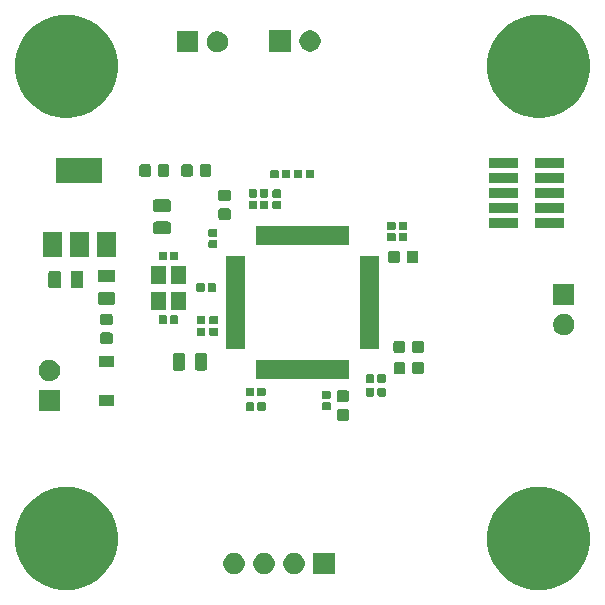
<source format=gbr>
G04 #@! TF.GenerationSoftware,KiCad,Pcbnew,(5.1.5)-3*
G04 #@! TF.CreationDate,2020-06-14T16:13:44+03:00*
G04 #@! TF.ProjectId,dev_board,6465765f-626f-4617-9264-2e6b69636164,rev?*
G04 #@! TF.SameCoordinates,Original*
G04 #@! TF.FileFunction,Soldermask,Top*
G04 #@! TF.FilePolarity,Negative*
%FSLAX46Y46*%
G04 Gerber Fmt 4.6, Leading zero omitted, Abs format (unit mm)*
G04 Created by KiCad (PCBNEW (5.1.5)-3) date 2020-06-14 16:13:44*
%MOMM*%
%LPD*%
G04 APERTURE LIST*
%ADD10C,0.100000*%
G04 APERTURE END LIST*
D10*
G36*
X75548156Y-70672794D02*
G01*
X76269140Y-70816206D01*
X77060972Y-71144193D01*
X77773601Y-71620357D01*
X78379643Y-72226399D01*
X78855807Y-72939028D01*
X79183794Y-73730860D01*
X79351000Y-74571464D01*
X79351000Y-75428536D01*
X79183794Y-76269140D01*
X78855807Y-77060972D01*
X78379643Y-77773601D01*
X77773601Y-78379643D01*
X77060972Y-78855807D01*
X76269140Y-79183794D01*
X75548156Y-79327206D01*
X75428537Y-79351000D01*
X74571463Y-79351000D01*
X74451844Y-79327206D01*
X73730860Y-79183794D01*
X72939028Y-78855807D01*
X72226399Y-78379643D01*
X71620357Y-77773601D01*
X71144193Y-77060972D01*
X70816206Y-76269140D01*
X70649000Y-75428536D01*
X70649000Y-74571464D01*
X70816206Y-73730860D01*
X71144193Y-72939028D01*
X71620357Y-72226399D01*
X72226399Y-71620357D01*
X72939028Y-71144193D01*
X73730860Y-70816206D01*
X74451844Y-70672794D01*
X74571463Y-70649000D01*
X75428537Y-70649000D01*
X75548156Y-70672794D01*
G37*
G36*
X35548156Y-70672794D02*
G01*
X36269140Y-70816206D01*
X37060972Y-71144193D01*
X37773601Y-71620357D01*
X38379643Y-72226399D01*
X38855807Y-72939028D01*
X39183794Y-73730860D01*
X39351000Y-74571464D01*
X39351000Y-75428536D01*
X39183794Y-76269140D01*
X38855807Y-77060972D01*
X38379643Y-77773601D01*
X37773601Y-78379643D01*
X37060972Y-78855807D01*
X36269140Y-79183794D01*
X35548156Y-79327206D01*
X35428537Y-79351000D01*
X34571463Y-79351000D01*
X34451844Y-79327206D01*
X33730860Y-79183794D01*
X32939028Y-78855807D01*
X32226399Y-78379643D01*
X31620357Y-77773601D01*
X31144193Y-77060972D01*
X30816206Y-76269140D01*
X30649000Y-75428536D01*
X30649000Y-74571464D01*
X30816206Y-73730860D01*
X31144193Y-72939028D01*
X31620357Y-72226399D01*
X32226399Y-71620357D01*
X32939028Y-71144193D01*
X33730860Y-70816206D01*
X34451844Y-70672794D01*
X34571463Y-70649000D01*
X35428537Y-70649000D01*
X35548156Y-70672794D01*
G37*
G36*
X49303512Y-76213927D02*
G01*
X49452812Y-76243624D01*
X49616784Y-76311544D01*
X49764354Y-76410147D01*
X49889853Y-76535646D01*
X49988456Y-76683216D01*
X50056376Y-76847188D01*
X50091000Y-77021259D01*
X50091000Y-77198741D01*
X50056376Y-77372812D01*
X49988456Y-77536784D01*
X49889853Y-77684354D01*
X49764354Y-77809853D01*
X49616784Y-77908456D01*
X49452812Y-77976376D01*
X49303512Y-78006073D01*
X49278742Y-78011000D01*
X49101258Y-78011000D01*
X49076488Y-78006073D01*
X48927188Y-77976376D01*
X48763216Y-77908456D01*
X48615646Y-77809853D01*
X48490147Y-77684354D01*
X48391544Y-77536784D01*
X48323624Y-77372812D01*
X48289000Y-77198741D01*
X48289000Y-77021259D01*
X48323624Y-76847188D01*
X48391544Y-76683216D01*
X48490147Y-76535646D01*
X48615646Y-76410147D01*
X48763216Y-76311544D01*
X48927188Y-76243624D01*
X49076488Y-76213927D01*
X49101258Y-76209000D01*
X49278742Y-76209000D01*
X49303512Y-76213927D01*
G37*
G36*
X54383512Y-76213927D02*
G01*
X54532812Y-76243624D01*
X54696784Y-76311544D01*
X54844354Y-76410147D01*
X54969853Y-76535646D01*
X55068456Y-76683216D01*
X55136376Y-76847188D01*
X55171000Y-77021259D01*
X55171000Y-77198741D01*
X55136376Y-77372812D01*
X55068456Y-77536784D01*
X54969853Y-77684354D01*
X54844354Y-77809853D01*
X54696784Y-77908456D01*
X54532812Y-77976376D01*
X54383512Y-78006073D01*
X54358742Y-78011000D01*
X54181258Y-78011000D01*
X54156488Y-78006073D01*
X54007188Y-77976376D01*
X53843216Y-77908456D01*
X53695646Y-77809853D01*
X53570147Y-77684354D01*
X53471544Y-77536784D01*
X53403624Y-77372812D01*
X53369000Y-77198741D01*
X53369000Y-77021259D01*
X53403624Y-76847188D01*
X53471544Y-76683216D01*
X53570147Y-76535646D01*
X53695646Y-76410147D01*
X53843216Y-76311544D01*
X54007188Y-76243624D01*
X54156488Y-76213927D01*
X54181258Y-76209000D01*
X54358742Y-76209000D01*
X54383512Y-76213927D01*
G37*
G36*
X57711000Y-78011000D02*
G01*
X55909000Y-78011000D01*
X55909000Y-76209000D01*
X57711000Y-76209000D01*
X57711000Y-78011000D01*
G37*
G36*
X51843512Y-76213927D02*
G01*
X51992812Y-76243624D01*
X52156784Y-76311544D01*
X52304354Y-76410147D01*
X52429853Y-76535646D01*
X52528456Y-76683216D01*
X52596376Y-76847188D01*
X52631000Y-77021259D01*
X52631000Y-77198741D01*
X52596376Y-77372812D01*
X52528456Y-77536784D01*
X52429853Y-77684354D01*
X52304354Y-77809853D01*
X52156784Y-77908456D01*
X51992812Y-77976376D01*
X51843512Y-78006073D01*
X51818742Y-78011000D01*
X51641258Y-78011000D01*
X51616488Y-78006073D01*
X51467188Y-77976376D01*
X51303216Y-77908456D01*
X51155646Y-77809853D01*
X51030147Y-77684354D01*
X50931544Y-77536784D01*
X50863624Y-77372812D01*
X50829000Y-77198741D01*
X50829000Y-77021259D01*
X50863624Y-76847188D01*
X50931544Y-76683216D01*
X51030147Y-76535646D01*
X51155646Y-76410147D01*
X51303216Y-76311544D01*
X51467188Y-76243624D01*
X51616488Y-76213927D01*
X51641258Y-76209000D01*
X51818742Y-76209000D01*
X51843512Y-76213927D01*
G37*
G36*
X58789591Y-64033085D02*
G01*
X58823569Y-64043393D01*
X58854890Y-64060134D01*
X58882339Y-64082661D01*
X58904866Y-64110110D01*
X58921607Y-64141431D01*
X58931915Y-64175409D01*
X58936000Y-64216890D01*
X58936000Y-64818110D01*
X58931915Y-64859591D01*
X58921607Y-64893569D01*
X58904866Y-64924890D01*
X58882339Y-64952339D01*
X58854890Y-64974866D01*
X58823569Y-64991607D01*
X58789591Y-65001915D01*
X58748110Y-65006000D01*
X58071890Y-65006000D01*
X58030409Y-65001915D01*
X57996431Y-64991607D01*
X57965110Y-64974866D01*
X57937661Y-64952339D01*
X57915134Y-64924890D01*
X57898393Y-64893569D01*
X57888085Y-64859591D01*
X57884000Y-64818110D01*
X57884000Y-64216890D01*
X57888085Y-64175409D01*
X57898393Y-64141431D01*
X57915134Y-64110110D01*
X57937661Y-64082661D01*
X57965110Y-64060134D01*
X57996431Y-64043393D01*
X58030409Y-64033085D01*
X58071890Y-64029000D01*
X58748110Y-64029000D01*
X58789591Y-64033085D01*
G37*
G36*
X51771938Y-63461716D02*
G01*
X51792557Y-63467971D01*
X51811553Y-63478124D01*
X51828208Y-63491792D01*
X51841876Y-63508447D01*
X51852029Y-63527443D01*
X51858284Y-63548062D01*
X51861000Y-63575640D01*
X51861000Y-64084360D01*
X51858284Y-64111938D01*
X51852029Y-64132557D01*
X51841876Y-64151553D01*
X51828208Y-64168208D01*
X51811553Y-64181876D01*
X51792557Y-64192029D01*
X51771938Y-64198284D01*
X51744360Y-64201000D01*
X51285640Y-64201000D01*
X51258062Y-64198284D01*
X51237443Y-64192029D01*
X51218447Y-64181876D01*
X51201792Y-64168208D01*
X51188124Y-64151553D01*
X51177971Y-64132557D01*
X51171716Y-64111938D01*
X51169000Y-64084360D01*
X51169000Y-63575640D01*
X51171716Y-63548062D01*
X51177971Y-63527443D01*
X51188124Y-63508447D01*
X51201792Y-63491792D01*
X51218447Y-63478124D01*
X51237443Y-63467971D01*
X51258062Y-63461716D01*
X51285640Y-63459000D01*
X51744360Y-63459000D01*
X51771938Y-63461716D01*
G37*
G36*
X50801938Y-63461716D02*
G01*
X50822557Y-63467971D01*
X50841553Y-63478124D01*
X50858208Y-63491792D01*
X50871876Y-63508447D01*
X50882029Y-63527443D01*
X50888284Y-63548062D01*
X50891000Y-63575640D01*
X50891000Y-64084360D01*
X50888284Y-64111938D01*
X50882029Y-64132557D01*
X50871876Y-64151553D01*
X50858208Y-64168208D01*
X50841553Y-64181876D01*
X50822557Y-64192029D01*
X50801938Y-64198284D01*
X50774360Y-64201000D01*
X50315640Y-64201000D01*
X50288062Y-64198284D01*
X50267443Y-64192029D01*
X50248447Y-64181876D01*
X50231792Y-64168208D01*
X50218124Y-64151553D01*
X50207971Y-64132557D01*
X50201716Y-64111938D01*
X50199000Y-64084360D01*
X50199000Y-63575640D01*
X50201716Y-63548062D01*
X50207971Y-63527443D01*
X50218124Y-63508447D01*
X50231792Y-63491792D01*
X50248447Y-63478124D01*
X50267443Y-63467971D01*
X50288062Y-63461716D01*
X50315640Y-63459000D01*
X50774360Y-63459000D01*
X50801938Y-63461716D01*
G37*
G36*
X34451000Y-64201000D02*
G01*
X32649000Y-64201000D01*
X32649000Y-62399000D01*
X34451000Y-62399000D01*
X34451000Y-64201000D01*
G37*
G36*
X57281938Y-63461716D02*
G01*
X57302557Y-63467971D01*
X57321553Y-63478124D01*
X57338208Y-63491792D01*
X57351876Y-63508447D01*
X57362029Y-63527443D01*
X57368284Y-63548062D01*
X57371000Y-63575640D01*
X57371000Y-64034360D01*
X57368284Y-64061938D01*
X57362029Y-64082557D01*
X57351876Y-64101553D01*
X57338208Y-64118208D01*
X57321553Y-64131876D01*
X57302557Y-64142029D01*
X57281938Y-64148284D01*
X57254360Y-64151000D01*
X56745640Y-64151000D01*
X56718062Y-64148284D01*
X56697443Y-64142029D01*
X56678447Y-64131876D01*
X56661792Y-64118208D01*
X56648124Y-64101553D01*
X56637971Y-64082557D01*
X56631716Y-64061938D01*
X56629000Y-64034360D01*
X56629000Y-63575640D01*
X56631716Y-63548062D01*
X56637971Y-63527443D01*
X56648124Y-63508447D01*
X56661792Y-63491792D01*
X56678447Y-63478124D01*
X56697443Y-63467971D01*
X56718062Y-63461716D01*
X56745640Y-63459000D01*
X57254360Y-63459000D01*
X57281938Y-63461716D01*
G37*
G36*
X39051000Y-63811000D02*
G01*
X37749000Y-63811000D01*
X37749000Y-62809000D01*
X39051000Y-62809000D01*
X39051000Y-63811000D01*
G37*
G36*
X58789591Y-62458085D02*
G01*
X58823569Y-62468393D01*
X58854890Y-62485134D01*
X58882339Y-62507661D01*
X58904866Y-62535110D01*
X58921607Y-62566431D01*
X58931915Y-62600409D01*
X58936000Y-62641890D01*
X58936000Y-63243110D01*
X58931915Y-63284591D01*
X58921607Y-63318569D01*
X58904866Y-63349890D01*
X58882339Y-63377339D01*
X58854890Y-63399866D01*
X58823569Y-63416607D01*
X58789591Y-63426915D01*
X58748110Y-63431000D01*
X58071890Y-63431000D01*
X58030409Y-63426915D01*
X57996431Y-63416607D01*
X57965110Y-63399866D01*
X57937661Y-63377339D01*
X57915134Y-63349890D01*
X57898393Y-63318569D01*
X57888085Y-63284591D01*
X57884000Y-63243110D01*
X57884000Y-62641890D01*
X57888085Y-62600409D01*
X57898393Y-62566431D01*
X57915134Y-62535110D01*
X57937661Y-62507661D01*
X57965110Y-62485134D01*
X57996431Y-62468393D01*
X58030409Y-62458085D01*
X58071890Y-62454000D01*
X58748110Y-62454000D01*
X58789591Y-62458085D01*
G37*
G36*
X57281938Y-62491716D02*
G01*
X57302557Y-62497971D01*
X57321553Y-62508124D01*
X57338208Y-62521792D01*
X57351876Y-62538447D01*
X57362029Y-62557443D01*
X57368284Y-62578062D01*
X57371000Y-62605640D01*
X57371000Y-63064360D01*
X57368284Y-63091938D01*
X57362029Y-63112557D01*
X57351876Y-63131553D01*
X57338208Y-63148208D01*
X57321553Y-63161876D01*
X57302557Y-63172029D01*
X57281938Y-63178284D01*
X57254360Y-63181000D01*
X56745640Y-63181000D01*
X56718062Y-63178284D01*
X56697443Y-63172029D01*
X56678447Y-63161876D01*
X56661792Y-63148208D01*
X56648124Y-63131553D01*
X56637971Y-63112557D01*
X56631716Y-63091938D01*
X56629000Y-63064360D01*
X56629000Y-62605640D01*
X56631716Y-62578062D01*
X56637971Y-62557443D01*
X56648124Y-62538447D01*
X56661792Y-62521792D01*
X56678447Y-62508124D01*
X56697443Y-62497971D01*
X56718062Y-62491716D01*
X56745640Y-62489000D01*
X57254360Y-62489000D01*
X57281938Y-62491716D01*
G37*
G36*
X61941938Y-62231716D02*
G01*
X61962557Y-62237971D01*
X61981553Y-62248124D01*
X61998208Y-62261792D01*
X62011876Y-62278447D01*
X62022029Y-62297443D01*
X62028284Y-62318062D01*
X62031000Y-62345640D01*
X62031000Y-62854360D01*
X62028284Y-62881938D01*
X62022029Y-62902557D01*
X62011876Y-62921553D01*
X61998208Y-62938208D01*
X61981553Y-62951876D01*
X61962557Y-62962029D01*
X61941938Y-62968284D01*
X61914360Y-62971000D01*
X61455640Y-62971000D01*
X61428062Y-62968284D01*
X61407443Y-62962029D01*
X61388447Y-62951876D01*
X61371792Y-62938208D01*
X61358124Y-62921553D01*
X61347971Y-62902557D01*
X61341716Y-62881938D01*
X61339000Y-62854360D01*
X61339000Y-62345640D01*
X61341716Y-62318062D01*
X61347971Y-62297443D01*
X61358124Y-62278447D01*
X61371792Y-62261792D01*
X61388447Y-62248124D01*
X61407443Y-62237971D01*
X61428062Y-62231716D01*
X61455640Y-62229000D01*
X61914360Y-62229000D01*
X61941938Y-62231716D01*
G37*
G36*
X60971938Y-62231716D02*
G01*
X60992557Y-62237971D01*
X61011553Y-62248124D01*
X61028208Y-62261792D01*
X61041876Y-62278447D01*
X61052029Y-62297443D01*
X61058284Y-62318062D01*
X61061000Y-62345640D01*
X61061000Y-62854360D01*
X61058284Y-62881938D01*
X61052029Y-62902557D01*
X61041876Y-62921553D01*
X61028208Y-62938208D01*
X61011553Y-62951876D01*
X60992557Y-62962029D01*
X60971938Y-62968284D01*
X60944360Y-62971000D01*
X60485640Y-62971000D01*
X60458062Y-62968284D01*
X60437443Y-62962029D01*
X60418447Y-62951876D01*
X60401792Y-62938208D01*
X60388124Y-62921553D01*
X60377971Y-62902557D01*
X60371716Y-62881938D01*
X60369000Y-62854360D01*
X60369000Y-62345640D01*
X60371716Y-62318062D01*
X60377971Y-62297443D01*
X60388124Y-62278447D01*
X60401792Y-62261792D01*
X60418447Y-62248124D01*
X60437443Y-62237971D01*
X60458062Y-62231716D01*
X60485640Y-62229000D01*
X60944360Y-62229000D01*
X60971938Y-62231716D01*
G37*
G36*
X51771938Y-62211716D02*
G01*
X51792557Y-62217971D01*
X51811553Y-62228124D01*
X51828208Y-62241792D01*
X51841876Y-62258447D01*
X51852029Y-62277443D01*
X51858284Y-62298062D01*
X51861000Y-62325640D01*
X51861000Y-62834360D01*
X51858284Y-62861938D01*
X51852029Y-62882557D01*
X51841876Y-62901553D01*
X51828208Y-62918208D01*
X51811553Y-62931876D01*
X51792557Y-62942029D01*
X51771938Y-62948284D01*
X51744360Y-62951000D01*
X51285640Y-62951000D01*
X51258062Y-62948284D01*
X51237443Y-62942029D01*
X51218447Y-62931876D01*
X51201792Y-62918208D01*
X51188124Y-62901553D01*
X51177971Y-62882557D01*
X51171716Y-62861938D01*
X51169000Y-62834360D01*
X51169000Y-62325640D01*
X51171716Y-62298062D01*
X51177971Y-62277443D01*
X51188124Y-62258447D01*
X51201792Y-62241792D01*
X51218447Y-62228124D01*
X51237443Y-62217971D01*
X51258062Y-62211716D01*
X51285640Y-62209000D01*
X51744360Y-62209000D01*
X51771938Y-62211716D01*
G37*
G36*
X50801938Y-62211716D02*
G01*
X50822557Y-62217971D01*
X50841553Y-62228124D01*
X50858208Y-62241792D01*
X50871876Y-62258447D01*
X50882029Y-62277443D01*
X50888284Y-62298062D01*
X50891000Y-62325640D01*
X50891000Y-62834360D01*
X50888284Y-62861938D01*
X50882029Y-62882557D01*
X50871876Y-62901553D01*
X50858208Y-62918208D01*
X50841553Y-62931876D01*
X50822557Y-62942029D01*
X50801938Y-62948284D01*
X50774360Y-62951000D01*
X50315640Y-62951000D01*
X50288062Y-62948284D01*
X50267443Y-62942029D01*
X50248447Y-62931876D01*
X50231792Y-62918208D01*
X50218124Y-62901553D01*
X50207971Y-62882557D01*
X50201716Y-62861938D01*
X50199000Y-62834360D01*
X50199000Y-62325640D01*
X50201716Y-62298062D01*
X50207971Y-62277443D01*
X50218124Y-62258447D01*
X50231792Y-62241792D01*
X50248447Y-62228124D01*
X50267443Y-62217971D01*
X50288062Y-62211716D01*
X50315640Y-62209000D01*
X50774360Y-62209000D01*
X50801938Y-62211716D01*
G37*
G36*
X61931938Y-61091716D02*
G01*
X61952557Y-61097971D01*
X61971553Y-61108124D01*
X61988208Y-61121792D01*
X62001876Y-61138447D01*
X62012029Y-61157443D01*
X62018284Y-61178062D01*
X62021000Y-61205640D01*
X62021000Y-61714360D01*
X62018284Y-61741938D01*
X62012029Y-61762557D01*
X62001876Y-61781553D01*
X61988208Y-61798208D01*
X61971553Y-61811876D01*
X61952557Y-61822029D01*
X61931938Y-61828284D01*
X61904360Y-61831000D01*
X61445640Y-61831000D01*
X61418062Y-61828284D01*
X61397443Y-61822029D01*
X61378447Y-61811876D01*
X61361792Y-61798208D01*
X61348124Y-61781553D01*
X61337971Y-61762557D01*
X61331716Y-61741938D01*
X61329000Y-61714360D01*
X61329000Y-61205640D01*
X61331716Y-61178062D01*
X61337971Y-61157443D01*
X61348124Y-61138447D01*
X61361792Y-61121792D01*
X61378447Y-61108124D01*
X61397443Y-61097971D01*
X61418062Y-61091716D01*
X61445640Y-61089000D01*
X61904360Y-61089000D01*
X61931938Y-61091716D01*
G37*
G36*
X60961938Y-61091716D02*
G01*
X60982557Y-61097971D01*
X61001553Y-61108124D01*
X61018208Y-61121792D01*
X61031876Y-61138447D01*
X61042029Y-61157443D01*
X61048284Y-61178062D01*
X61051000Y-61205640D01*
X61051000Y-61714360D01*
X61048284Y-61741938D01*
X61042029Y-61762557D01*
X61031876Y-61781553D01*
X61018208Y-61798208D01*
X61001553Y-61811876D01*
X60982557Y-61822029D01*
X60961938Y-61828284D01*
X60934360Y-61831000D01*
X60475640Y-61831000D01*
X60448062Y-61828284D01*
X60427443Y-61822029D01*
X60408447Y-61811876D01*
X60391792Y-61798208D01*
X60378124Y-61781553D01*
X60367971Y-61762557D01*
X60361716Y-61741938D01*
X60359000Y-61714360D01*
X60359000Y-61205640D01*
X60361716Y-61178062D01*
X60367971Y-61157443D01*
X60378124Y-61138447D01*
X60391792Y-61121792D01*
X60408447Y-61108124D01*
X60427443Y-61097971D01*
X60448062Y-61091716D01*
X60475640Y-61089000D01*
X60934360Y-61089000D01*
X60961938Y-61091716D01*
G37*
G36*
X33646574Y-59860558D02*
G01*
X33812812Y-59893624D01*
X33976784Y-59961544D01*
X34124354Y-60060147D01*
X34249853Y-60185646D01*
X34348456Y-60333216D01*
X34416376Y-60497188D01*
X34446073Y-60646488D01*
X34451000Y-60671258D01*
X34451000Y-60848742D01*
X34446073Y-60873512D01*
X34416376Y-61022812D01*
X34348456Y-61186784D01*
X34249853Y-61334354D01*
X34124354Y-61459853D01*
X33976784Y-61558456D01*
X33812812Y-61626376D01*
X33663512Y-61656073D01*
X33638742Y-61661000D01*
X33461258Y-61661000D01*
X33436488Y-61656073D01*
X33287188Y-61626376D01*
X33123216Y-61558456D01*
X32975646Y-61459853D01*
X32850147Y-61334354D01*
X32751544Y-61186784D01*
X32683624Y-61022812D01*
X32653927Y-60873512D01*
X32649000Y-60848742D01*
X32649000Y-60671258D01*
X32653927Y-60646488D01*
X32683624Y-60497188D01*
X32751544Y-60333216D01*
X32850147Y-60185646D01*
X32975646Y-60060147D01*
X33123216Y-59961544D01*
X33287188Y-59893624D01*
X33453426Y-59860558D01*
X33461258Y-59859000D01*
X33638742Y-59859000D01*
X33646574Y-59860558D01*
G37*
G36*
X51420295Y-59850323D02*
G01*
X51427309Y-59852451D01*
X51441077Y-59859810D01*
X51463716Y-59869187D01*
X51487749Y-59873967D01*
X51512253Y-59873967D01*
X51536286Y-59869186D01*
X51558923Y-59859810D01*
X51572691Y-59852451D01*
X51579705Y-59850323D01*
X51593140Y-59849000D01*
X51906860Y-59849000D01*
X51920295Y-59850323D01*
X51927309Y-59852451D01*
X51941077Y-59859810D01*
X51963716Y-59869187D01*
X51987749Y-59873967D01*
X52012253Y-59873967D01*
X52036286Y-59869186D01*
X52058923Y-59859810D01*
X52072691Y-59852451D01*
X52079705Y-59850323D01*
X52093140Y-59849000D01*
X52406860Y-59849000D01*
X52420295Y-59850323D01*
X52427309Y-59852451D01*
X52441077Y-59859810D01*
X52463716Y-59869187D01*
X52487749Y-59873967D01*
X52512253Y-59873967D01*
X52536286Y-59869186D01*
X52558923Y-59859810D01*
X52572691Y-59852451D01*
X52579705Y-59850323D01*
X52593140Y-59849000D01*
X52906860Y-59849000D01*
X52920295Y-59850323D01*
X52927309Y-59852451D01*
X52941077Y-59859810D01*
X52963716Y-59869187D01*
X52987749Y-59873967D01*
X53012253Y-59873967D01*
X53036286Y-59869186D01*
X53058923Y-59859810D01*
X53072691Y-59852451D01*
X53079705Y-59850323D01*
X53093140Y-59849000D01*
X53406860Y-59849000D01*
X53420295Y-59850323D01*
X53427309Y-59852451D01*
X53441077Y-59859810D01*
X53463716Y-59869187D01*
X53487749Y-59873967D01*
X53512253Y-59873967D01*
X53536286Y-59869186D01*
X53558923Y-59859810D01*
X53572691Y-59852451D01*
X53579705Y-59850323D01*
X53593140Y-59849000D01*
X53906860Y-59849000D01*
X53920295Y-59850323D01*
X53927309Y-59852451D01*
X53941077Y-59859810D01*
X53963716Y-59869187D01*
X53987749Y-59873967D01*
X54012253Y-59873967D01*
X54036286Y-59869186D01*
X54058923Y-59859810D01*
X54072691Y-59852451D01*
X54079705Y-59850323D01*
X54093140Y-59849000D01*
X54406860Y-59849000D01*
X54420295Y-59850323D01*
X54427309Y-59852451D01*
X54441077Y-59859810D01*
X54463716Y-59869187D01*
X54487749Y-59873967D01*
X54512253Y-59873967D01*
X54536286Y-59869186D01*
X54558923Y-59859810D01*
X54572691Y-59852451D01*
X54579705Y-59850323D01*
X54593140Y-59849000D01*
X54906860Y-59849000D01*
X54920295Y-59850323D01*
X54927309Y-59852451D01*
X54941077Y-59859810D01*
X54963716Y-59869187D01*
X54987749Y-59873967D01*
X55012253Y-59873967D01*
X55036286Y-59869186D01*
X55058923Y-59859810D01*
X55072691Y-59852451D01*
X55079705Y-59850323D01*
X55093140Y-59849000D01*
X55406860Y-59849000D01*
X55420295Y-59850323D01*
X55427309Y-59852451D01*
X55441077Y-59859810D01*
X55463716Y-59869187D01*
X55487749Y-59873967D01*
X55512253Y-59873967D01*
X55536286Y-59869186D01*
X55558923Y-59859810D01*
X55572691Y-59852451D01*
X55579705Y-59850323D01*
X55593140Y-59849000D01*
X55906860Y-59849000D01*
X55920295Y-59850323D01*
X55927309Y-59852451D01*
X55941077Y-59859810D01*
X55963716Y-59869187D01*
X55987749Y-59873967D01*
X56012253Y-59873967D01*
X56036286Y-59869186D01*
X56058923Y-59859810D01*
X56072691Y-59852451D01*
X56079705Y-59850323D01*
X56093140Y-59849000D01*
X56406860Y-59849000D01*
X56420295Y-59850323D01*
X56427309Y-59852451D01*
X56441077Y-59859810D01*
X56463716Y-59869187D01*
X56487749Y-59873967D01*
X56512253Y-59873967D01*
X56536286Y-59869186D01*
X56558923Y-59859810D01*
X56572691Y-59852451D01*
X56579705Y-59850323D01*
X56593140Y-59849000D01*
X56906860Y-59849000D01*
X56920295Y-59850323D01*
X56927309Y-59852451D01*
X56941077Y-59859810D01*
X56963716Y-59869187D01*
X56987749Y-59873967D01*
X57012253Y-59873967D01*
X57036286Y-59869186D01*
X57058923Y-59859810D01*
X57072691Y-59852451D01*
X57079705Y-59850323D01*
X57093140Y-59849000D01*
X57406860Y-59849000D01*
X57420295Y-59850323D01*
X57427309Y-59852451D01*
X57441077Y-59859810D01*
X57463716Y-59869187D01*
X57487749Y-59873967D01*
X57512253Y-59873967D01*
X57536286Y-59869186D01*
X57558923Y-59859810D01*
X57572691Y-59852451D01*
X57579705Y-59850323D01*
X57593140Y-59849000D01*
X57906860Y-59849000D01*
X57920295Y-59850323D01*
X57927309Y-59852451D01*
X57941077Y-59859810D01*
X57963716Y-59869187D01*
X57987749Y-59873967D01*
X58012253Y-59873967D01*
X58036286Y-59869186D01*
X58058923Y-59859810D01*
X58072691Y-59852451D01*
X58079705Y-59850323D01*
X58093140Y-59849000D01*
X58406860Y-59849000D01*
X58420295Y-59850323D01*
X58427309Y-59852451D01*
X58441077Y-59859810D01*
X58463716Y-59869187D01*
X58487749Y-59873967D01*
X58512253Y-59873967D01*
X58536286Y-59869186D01*
X58558923Y-59859810D01*
X58572691Y-59852451D01*
X58579705Y-59850323D01*
X58593140Y-59849000D01*
X58906860Y-59849000D01*
X58920295Y-59850323D01*
X58927310Y-59852451D01*
X58933776Y-59855908D01*
X58939442Y-59860558D01*
X58944092Y-59866224D01*
X58947549Y-59872690D01*
X58949677Y-59879705D01*
X58951000Y-59893140D01*
X58951000Y-61456860D01*
X58949677Y-61470295D01*
X58947549Y-61477310D01*
X58944092Y-61483776D01*
X58939442Y-61489442D01*
X58933776Y-61494092D01*
X58927310Y-61497549D01*
X58920295Y-61499677D01*
X58906860Y-61501000D01*
X58593140Y-61501000D01*
X58579705Y-61499677D01*
X58572691Y-61497549D01*
X58558923Y-61490190D01*
X58536284Y-61480813D01*
X58512251Y-61476033D01*
X58487747Y-61476033D01*
X58463714Y-61480814D01*
X58441077Y-61490190D01*
X58427309Y-61497549D01*
X58420295Y-61499677D01*
X58406860Y-61501000D01*
X58093140Y-61501000D01*
X58079705Y-61499677D01*
X58072691Y-61497549D01*
X58058923Y-61490190D01*
X58036284Y-61480813D01*
X58012251Y-61476033D01*
X57987747Y-61476033D01*
X57963714Y-61480814D01*
X57941077Y-61490190D01*
X57927309Y-61497549D01*
X57920295Y-61499677D01*
X57906860Y-61501000D01*
X57593140Y-61501000D01*
X57579705Y-61499677D01*
X57572691Y-61497549D01*
X57558923Y-61490190D01*
X57536284Y-61480813D01*
X57512251Y-61476033D01*
X57487747Y-61476033D01*
X57463714Y-61480814D01*
X57441077Y-61490190D01*
X57427309Y-61497549D01*
X57420295Y-61499677D01*
X57406860Y-61501000D01*
X57093140Y-61501000D01*
X57079705Y-61499677D01*
X57072691Y-61497549D01*
X57058923Y-61490190D01*
X57036284Y-61480813D01*
X57012251Y-61476033D01*
X56987747Y-61476033D01*
X56963714Y-61480814D01*
X56941077Y-61490190D01*
X56927309Y-61497549D01*
X56920295Y-61499677D01*
X56906860Y-61501000D01*
X56593140Y-61501000D01*
X56579705Y-61499677D01*
X56572691Y-61497549D01*
X56558923Y-61490190D01*
X56536284Y-61480813D01*
X56512251Y-61476033D01*
X56487747Y-61476033D01*
X56463714Y-61480814D01*
X56441077Y-61490190D01*
X56427309Y-61497549D01*
X56420295Y-61499677D01*
X56406860Y-61501000D01*
X56093140Y-61501000D01*
X56079705Y-61499677D01*
X56072691Y-61497549D01*
X56058923Y-61490190D01*
X56036284Y-61480813D01*
X56012251Y-61476033D01*
X55987747Y-61476033D01*
X55963714Y-61480814D01*
X55941077Y-61490190D01*
X55927309Y-61497549D01*
X55920295Y-61499677D01*
X55906860Y-61501000D01*
X55593140Y-61501000D01*
X55579705Y-61499677D01*
X55572691Y-61497549D01*
X55558923Y-61490190D01*
X55536284Y-61480813D01*
X55512251Y-61476033D01*
X55487747Y-61476033D01*
X55463714Y-61480814D01*
X55441077Y-61490190D01*
X55427309Y-61497549D01*
X55420295Y-61499677D01*
X55406860Y-61501000D01*
X55093140Y-61501000D01*
X55079705Y-61499677D01*
X55072691Y-61497549D01*
X55058923Y-61490190D01*
X55036284Y-61480813D01*
X55012251Y-61476033D01*
X54987747Y-61476033D01*
X54963714Y-61480814D01*
X54941077Y-61490190D01*
X54927309Y-61497549D01*
X54920295Y-61499677D01*
X54906860Y-61501000D01*
X54593140Y-61501000D01*
X54579705Y-61499677D01*
X54572691Y-61497549D01*
X54558923Y-61490190D01*
X54536284Y-61480813D01*
X54512251Y-61476033D01*
X54487747Y-61476033D01*
X54463714Y-61480814D01*
X54441077Y-61490190D01*
X54427309Y-61497549D01*
X54420295Y-61499677D01*
X54406860Y-61501000D01*
X54093140Y-61501000D01*
X54079705Y-61499677D01*
X54072691Y-61497549D01*
X54058923Y-61490190D01*
X54036284Y-61480813D01*
X54012251Y-61476033D01*
X53987747Y-61476033D01*
X53963714Y-61480814D01*
X53941077Y-61490190D01*
X53927309Y-61497549D01*
X53920295Y-61499677D01*
X53906860Y-61501000D01*
X53593140Y-61501000D01*
X53579705Y-61499677D01*
X53572691Y-61497549D01*
X53558923Y-61490190D01*
X53536284Y-61480813D01*
X53512251Y-61476033D01*
X53487747Y-61476033D01*
X53463714Y-61480814D01*
X53441077Y-61490190D01*
X53427309Y-61497549D01*
X53420295Y-61499677D01*
X53406860Y-61501000D01*
X53093140Y-61501000D01*
X53079705Y-61499677D01*
X53072691Y-61497549D01*
X53058923Y-61490190D01*
X53036284Y-61480813D01*
X53012251Y-61476033D01*
X52987747Y-61476033D01*
X52963714Y-61480814D01*
X52941077Y-61490190D01*
X52927309Y-61497549D01*
X52920295Y-61499677D01*
X52906860Y-61501000D01*
X52593140Y-61501000D01*
X52579705Y-61499677D01*
X52572691Y-61497549D01*
X52558923Y-61490190D01*
X52536284Y-61480813D01*
X52512251Y-61476033D01*
X52487747Y-61476033D01*
X52463714Y-61480814D01*
X52441077Y-61490190D01*
X52427309Y-61497549D01*
X52420295Y-61499677D01*
X52406860Y-61501000D01*
X52093140Y-61501000D01*
X52079705Y-61499677D01*
X52072691Y-61497549D01*
X52058923Y-61490190D01*
X52036284Y-61480813D01*
X52012251Y-61476033D01*
X51987747Y-61476033D01*
X51963714Y-61480814D01*
X51941077Y-61490190D01*
X51927309Y-61497549D01*
X51920295Y-61499677D01*
X51906860Y-61501000D01*
X51593140Y-61501000D01*
X51579705Y-61499677D01*
X51572691Y-61497549D01*
X51558923Y-61490190D01*
X51536284Y-61480813D01*
X51512251Y-61476033D01*
X51487747Y-61476033D01*
X51463714Y-61480814D01*
X51441077Y-61490190D01*
X51427309Y-61497549D01*
X51420295Y-61499677D01*
X51406860Y-61501000D01*
X51093140Y-61501000D01*
X51079705Y-61499677D01*
X51072690Y-61497549D01*
X51066224Y-61494092D01*
X51060558Y-61489442D01*
X51055908Y-61483776D01*
X51052451Y-61477310D01*
X51050323Y-61470295D01*
X51049000Y-61456860D01*
X51049000Y-59893140D01*
X51050323Y-59879705D01*
X51052451Y-59872690D01*
X51055908Y-59866224D01*
X51060558Y-59860558D01*
X51066224Y-59855908D01*
X51072690Y-59852451D01*
X51079705Y-59850323D01*
X51093140Y-59849000D01*
X51406860Y-59849000D01*
X51420295Y-59850323D01*
G37*
G36*
X65109591Y-60048085D02*
G01*
X65143569Y-60058393D01*
X65174890Y-60075134D01*
X65202339Y-60097661D01*
X65224866Y-60125110D01*
X65241607Y-60156431D01*
X65251915Y-60190409D01*
X65256000Y-60231890D01*
X65256000Y-60908110D01*
X65251915Y-60949591D01*
X65241607Y-60983569D01*
X65224866Y-61014890D01*
X65202339Y-61042339D01*
X65174890Y-61064866D01*
X65143569Y-61081607D01*
X65109591Y-61091915D01*
X65068110Y-61096000D01*
X64466890Y-61096000D01*
X64425409Y-61091915D01*
X64391431Y-61081607D01*
X64360110Y-61064866D01*
X64332661Y-61042339D01*
X64310134Y-61014890D01*
X64293393Y-60983569D01*
X64283085Y-60949591D01*
X64279000Y-60908110D01*
X64279000Y-60231890D01*
X64283085Y-60190409D01*
X64293393Y-60156431D01*
X64310134Y-60125110D01*
X64332661Y-60097661D01*
X64360110Y-60075134D01*
X64391431Y-60058393D01*
X64425409Y-60048085D01*
X64466890Y-60044000D01*
X65068110Y-60044000D01*
X65109591Y-60048085D01*
G37*
G36*
X63534591Y-60048085D02*
G01*
X63568569Y-60058393D01*
X63599890Y-60075134D01*
X63627339Y-60097661D01*
X63649866Y-60125110D01*
X63666607Y-60156431D01*
X63676915Y-60190409D01*
X63681000Y-60231890D01*
X63681000Y-60908110D01*
X63676915Y-60949591D01*
X63666607Y-60983569D01*
X63649866Y-61014890D01*
X63627339Y-61042339D01*
X63599890Y-61064866D01*
X63568569Y-61081607D01*
X63534591Y-61091915D01*
X63493110Y-61096000D01*
X62891890Y-61096000D01*
X62850409Y-61091915D01*
X62816431Y-61081607D01*
X62785110Y-61064866D01*
X62757661Y-61042339D01*
X62735134Y-61014890D01*
X62718393Y-60983569D01*
X62708085Y-60949591D01*
X62704000Y-60908110D01*
X62704000Y-60231890D01*
X62708085Y-60190409D01*
X62718393Y-60156431D01*
X62735134Y-60125110D01*
X62757661Y-60097661D01*
X62785110Y-60075134D01*
X62816431Y-60058393D01*
X62850409Y-60048085D01*
X62891890Y-60044000D01*
X63493110Y-60044000D01*
X63534591Y-60048085D01*
G37*
G36*
X46769468Y-59273565D02*
G01*
X46808138Y-59285296D01*
X46843777Y-59304346D01*
X46875017Y-59329983D01*
X46900654Y-59361223D01*
X46919704Y-59396862D01*
X46931435Y-59435532D01*
X46936000Y-59481888D01*
X46936000Y-60558112D01*
X46931435Y-60604468D01*
X46919704Y-60643138D01*
X46900654Y-60678777D01*
X46875017Y-60710017D01*
X46843777Y-60735654D01*
X46808138Y-60754704D01*
X46769468Y-60766435D01*
X46723112Y-60771000D01*
X46071888Y-60771000D01*
X46025532Y-60766435D01*
X45986862Y-60754704D01*
X45951223Y-60735654D01*
X45919983Y-60710017D01*
X45894346Y-60678777D01*
X45875296Y-60643138D01*
X45863565Y-60604468D01*
X45859000Y-60558112D01*
X45859000Y-59481888D01*
X45863565Y-59435532D01*
X45875296Y-59396862D01*
X45894346Y-59361223D01*
X45919983Y-59329983D01*
X45951223Y-59304346D01*
X45986862Y-59285296D01*
X46025532Y-59273565D01*
X46071888Y-59269000D01*
X46723112Y-59269000D01*
X46769468Y-59273565D01*
G37*
G36*
X44894468Y-59273565D02*
G01*
X44933138Y-59285296D01*
X44968777Y-59304346D01*
X45000017Y-59329983D01*
X45025654Y-59361223D01*
X45044704Y-59396862D01*
X45056435Y-59435532D01*
X45061000Y-59481888D01*
X45061000Y-60558112D01*
X45056435Y-60604468D01*
X45044704Y-60643138D01*
X45025654Y-60678777D01*
X45000017Y-60710017D01*
X44968777Y-60735654D01*
X44933138Y-60754704D01*
X44894468Y-60766435D01*
X44848112Y-60771000D01*
X44196888Y-60771000D01*
X44150532Y-60766435D01*
X44111862Y-60754704D01*
X44076223Y-60735654D01*
X44044983Y-60710017D01*
X44019346Y-60678777D01*
X44000296Y-60643138D01*
X43988565Y-60604468D01*
X43984000Y-60558112D01*
X43984000Y-59481888D01*
X43988565Y-59435532D01*
X44000296Y-59396862D01*
X44019346Y-59361223D01*
X44044983Y-59329983D01*
X44076223Y-59304346D01*
X44111862Y-59285296D01*
X44150532Y-59273565D01*
X44196888Y-59269000D01*
X44848112Y-59269000D01*
X44894468Y-59273565D01*
G37*
G36*
X39051000Y-60511000D02*
G01*
X37749000Y-60511000D01*
X37749000Y-59509000D01*
X39051000Y-59509000D01*
X39051000Y-60511000D01*
G37*
G36*
X63524591Y-58238085D02*
G01*
X63558569Y-58248393D01*
X63589890Y-58265134D01*
X63617339Y-58287661D01*
X63639866Y-58315110D01*
X63656607Y-58346431D01*
X63666915Y-58380409D01*
X63671000Y-58421890D01*
X63671000Y-59098110D01*
X63666915Y-59139591D01*
X63656607Y-59173569D01*
X63639866Y-59204890D01*
X63617339Y-59232339D01*
X63589890Y-59254866D01*
X63558569Y-59271607D01*
X63524591Y-59281915D01*
X63483110Y-59286000D01*
X62881890Y-59286000D01*
X62840409Y-59281915D01*
X62806431Y-59271607D01*
X62775110Y-59254866D01*
X62747661Y-59232339D01*
X62725134Y-59204890D01*
X62708393Y-59173569D01*
X62698085Y-59139591D01*
X62694000Y-59098110D01*
X62694000Y-58421890D01*
X62698085Y-58380409D01*
X62708393Y-58346431D01*
X62725134Y-58315110D01*
X62747661Y-58287661D01*
X62775110Y-58265134D01*
X62806431Y-58248393D01*
X62840409Y-58238085D01*
X62881890Y-58234000D01*
X63483110Y-58234000D01*
X63524591Y-58238085D01*
G37*
G36*
X65099591Y-58238085D02*
G01*
X65133569Y-58248393D01*
X65164890Y-58265134D01*
X65192339Y-58287661D01*
X65214866Y-58315110D01*
X65231607Y-58346431D01*
X65241915Y-58380409D01*
X65246000Y-58421890D01*
X65246000Y-59098110D01*
X65241915Y-59139591D01*
X65231607Y-59173569D01*
X65214866Y-59204890D01*
X65192339Y-59232339D01*
X65164890Y-59254866D01*
X65133569Y-59271607D01*
X65099591Y-59281915D01*
X65058110Y-59286000D01*
X64456890Y-59286000D01*
X64415409Y-59281915D01*
X64381431Y-59271607D01*
X64350110Y-59254866D01*
X64322661Y-59232339D01*
X64300134Y-59204890D01*
X64283393Y-59173569D01*
X64273085Y-59139591D01*
X64269000Y-59098110D01*
X64269000Y-58421890D01*
X64273085Y-58380409D01*
X64283393Y-58346431D01*
X64300134Y-58315110D01*
X64322661Y-58287661D01*
X64350110Y-58265134D01*
X64381431Y-58248393D01*
X64415409Y-58238085D01*
X64456890Y-58234000D01*
X65058110Y-58234000D01*
X65099591Y-58238085D01*
G37*
G36*
X50120295Y-51050323D02*
G01*
X50127310Y-51052451D01*
X50133776Y-51055908D01*
X50139442Y-51060558D01*
X50144092Y-51066224D01*
X50147549Y-51072690D01*
X50149677Y-51079705D01*
X50151000Y-51093140D01*
X50151000Y-51406860D01*
X50149677Y-51420295D01*
X50147549Y-51427309D01*
X50140190Y-51441077D01*
X50130813Y-51463716D01*
X50126033Y-51487749D01*
X50126033Y-51512253D01*
X50130814Y-51536286D01*
X50140190Y-51558923D01*
X50147549Y-51572691D01*
X50149677Y-51579705D01*
X50151000Y-51593140D01*
X50151000Y-51906860D01*
X50149677Y-51920295D01*
X50147549Y-51927309D01*
X50140190Y-51941077D01*
X50130813Y-51963716D01*
X50126033Y-51987749D01*
X50126033Y-52012253D01*
X50130814Y-52036286D01*
X50140190Y-52058923D01*
X50147549Y-52072691D01*
X50149677Y-52079705D01*
X50151000Y-52093140D01*
X50151000Y-52406860D01*
X50149677Y-52420295D01*
X50147549Y-52427309D01*
X50140190Y-52441077D01*
X50130813Y-52463716D01*
X50126033Y-52487749D01*
X50126033Y-52512253D01*
X50130814Y-52536286D01*
X50140190Y-52558923D01*
X50147549Y-52572691D01*
X50149677Y-52579705D01*
X50151000Y-52593140D01*
X50151000Y-52906860D01*
X50149677Y-52920295D01*
X50147549Y-52927309D01*
X50140190Y-52941077D01*
X50130813Y-52963716D01*
X50126033Y-52987749D01*
X50126033Y-53012253D01*
X50130814Y-53036286D01*
X50140190Y-53058923D01*
X50147549Y-53072691D01*
X50149677Y-53079705D01*
X50151000Y-53093140D01*
X50151000Y-53406860D01*
X50149677Y-53420295D01*
X50147549Y-53427309D01*
X50140190Y-53441077D01*
X50130813Y-53463716D01*
X50126033Y-53487749D01*
X50126033Y-53512253D01*
X50130814Y-53536286D01*
X50140190Y-53558923D01*
X50147549Y-53572691D01*
X50149677Y-53579705D01*
X50151000Y-53593140D01*
X50151000Y-53906860D01*
X50149677Y-53920295D01*
X50147549Y-53927309D01*
X50140190Y-53941077D01*
X50130813Y-53963716D01*
X50126033Y-53987749D01*
X50126033Y-54012253D01*
X50130814Y-54036286D01*
X50140190Y-54058923D01*
X50147549Y-54072691D01*
X50149677Y-54079705D01*
X50151000Y-54093140D01*
X50151000Y-54406860D01*
X50149677Y-54420295D01*
X50147549Y-54427309D01*
X50140190Y-54441077D01*
X50130813Y-54463716D01*
X50126033Y-54487749D01*
X50126033Y-54512253D01*
X50130814Y-54536286D01*
X50140190Y-54558923D01*
X50147549Y-54572691D01*
X50149677Y-54579705D01*
X50151000Y-54593140D01*
X50151000Y-54906860D01*
X50149677Y-54920295D01*
X50147549Y-54927309D01*
X50140190Y-54941077D01*
X50130813Y-54963716D01*
X50126033Y-54987749D01*
X50126033Y-55012253D01*
X50130814Y-55036286D01*
X50140190Y-55058923D01*
X50147549Y-55072691D01*
X50149677Y-55079705D01*
X50151000Y-55093140D01*
X50151000Y-55406860D01*
X50149677Y-55420295D01*
X50147549Y-55427309D01*
X50140190Y-55441077D01*
X50130813Y-55463716D01*
X50126033Y-55487749D01*
X50126033Y-55512253D01*
X50130814Y-55536286D01*
X50140190Y-55558923D01*
X50147549Y-55572691D01*
X50149677Y-55579705D01*
X50151000Y-55593140D01*
X50151000Y-55906860D01*
X50149677Y-55920295D01*
X50147549Y-55927309D01*
X50140190Y-55941077D01*
X50130813Y-55963716D01*
X50126033Y-55987749D01*
X50126033Y-56012253D01*
X50130814Y-56036286D01*
X50140190Y-56058923D01*
X50147549Y-56072691D01*
X50149677Y-56079705D01*
X50151000Y-56093140D01*
X50151000Y-56406860D01*
X50149677Y-56420295D01*
X50147549Y-56427309D01*
X50140190Y-56441077D01*
X50130813Y-56463716D01*
X50126033Y-56487749D01*
X50126033Y-56512253D01*
X50130814Y-56536286D01*
X50140190Y-56558923D01*
X50147549Y-56572691D01*
X50149677Y-56579705D01*
X50151000Y-56593140D01*
X50151000Y-56906860D01*
X50149677Y-56920295D01*
X50147549Y-56927309D01*
X50140190Y-56941077D01*
X50130813Y-56963716D01*
X50126033Y-56987749D01*
X50126033Y-57012253D01*
X50130814Y-57036286D01*
X50140190Y-57058923D01*
X50147549Y-57072691D01*
X50149677Y-57079705D01*
X50151000Y-57093140D01*
X50151000Y-57406860D01*
X50149677Y-57420295D01*
X50147549Y-57427309D01*
X50140190Y-57441077D01*
X50130813Y-57463716D01*
X50126033Y-57487749D01*
X50126033Y-57512253D01*
X50130814Y-57536286D01*
X50140190Y-57558923D01*
X50147549Y-57572691D01*
X50149677Y-57579705D01*
X50151000Y-57593140D01*
X50151000Y-57906860D01*
X50149677Y-57920295D01*
X50147549Y-57927309D01*
X50140190Y-57941077D01*
X50130813Y-57963716D01*
X50126033Y-57987749D01*
X50126033Y-58012253D01*
X50130814Y-58036286D01*
X50140190Y-58058923D01*
X50147549Y-58072691D01*
X50149677Y-58079705D01*
X50151000Y-58093140D01*
X50151000Y-58406860D01*
X50149677Y-58420295D01*
X50147549Y-58427309D01*
X50140190Y-58441077D01*
X50130813Y-58463716D01*
X50126033Y-58487749D01*
X50126033Y-58512253D01*
X50130814Y-58536286D01*
X50140190Y-58558923D01*
X50147549Y-58572691D01*
X50149677Y-58579705D01*
X50151000Y-58593140D01*
X50151000Y-58906860D01*
X50149677Y-58920295D01*
X50147549Y-58927310D01*
X50144092Y-58933776D01*
X50139442Y-58939442D01*
X50133776Y-58944092D01*
X50127310Y-58947549D01*
X50120295Y-58949677D01*
X50106860Y-58951000D01*
X48543140Y-58951000D01*
X48529705Y-58949677D01*
X48522690Y-58947549D01*
X48516224Y-58944092D01*
X48510558Y-58939442D01*
X48505908Y-58933776D01*
X48502451Y-58927310D01*
X48500323Y-58920295D01*
X48499000Y-58906860D01*
X48499000Y-58593140D01*
X48500323Y-58579705D01*
X48502451Y-58572691D01*
X48509810Y-58558923D01*
X48519187Y-58536284D01*
X48523967Y-58512251D01*
X48523967Y-58487747D01*
X48519186Y-58463714D01*
X48509810Y-58441077D01*
X48502451Y-58427309D01*
X48500323Y-58420295D01*
X48499000Y-58406860D01*
X48499000Y-58093140D01*
X48500323Y-58079705D01*
X48502451Y-58072691D01*
X48509810Y-58058923D01*
X48519187Y-58036284D01*
X48523967Y-58012251D01*
X48523967Y-57987747D01*
X48519186Y-57963714D01*
X48509810Y-57941077D01*
X48502451Y-57927309D01*
X48500323Y-57920295D01*
X48499000Y-57906860D01*
X48499000Y-57593140D01*
X48500323Y-57579705D01*
X48502451Y-57572691D01*
X48509810Y-57558923D01*
X48519187Y-57536284D01*
X48523967Y-57512251D01*
X48523967Y-57487747D01*
X48519186Y-57463714D01*
X48509810Y-57441077D01*
X48502451Y-57427309D01*
X48500323Y-57420295D01*
X48499000Y-57406860D01*
X48499000Y-57093140D01*
X48500323Y-57079705D01*
X48502451Y-57072691D01*
X48509810Y-57058923D01*
X48519187Y-57036284D01*
X48523967Y-57012251D01*
X48523967Y-56987747D01*
X48519186Y-56963714D01*
X48509810Y-56941077D01*
X48502451Y-56927309D01*
X48500323Y-56920295D01*
X48499000Y-56906860D01*
X48499000Y-56593140D01*
X48500323Y-56579705D01*
X48502451Y-56572691D01*
X48509810Y-56558923D01*
X48519187Y-56536284D01*
X48523967Y-56512251D01*
X48523967Y-56487747D01*
X48519186Y-56463714D01*
X48509810Y-56441077D01*
X48502451Y-56427309D01*
X48500323Y-56420295D01*
X48499000Y-56406860D01*
X48499000Y-56093140D01*
X48500323Y-56079705D01*
X48502451Y-56072691D01*
X48509810Y-56058923D01*
X48519187Y-56036284D01*
X48523967Y-56012251D01*
X48523967Y-55987747D01*
X48519186Y-55963714D01*
X48509810Y-55941077D01*
X48502451Y-55927309D01*
X48500323Y-55920295D01*
X48499000Y-55906860D01*
X48499000Y-55593140D01*
X48500323Y-55579705D01*
X48502451Y-55572691D01*
X48509810Y-55558923D01*
X48519187Y-55536284D01*
X48523967Y-55512251D01*
X48523967Y-55487747D01*
X48519186Y-55463714D01*
X48509810Y-55441077D01*
X48502451Y-55427309D01*
X48500323Y-55420295D01*
X48499000Y-55406860D01*
X48499000Y-55093140D01*
X48500323Y-55079705D01*
X48502451Y-55072691D01*
X48509810Y-55058923D01*
X48519187Y-55036284D01*
X48523967Y-55012251D01*
X48523967Y-54987747D01*
X48519186Y-54963714D01*
X48509810Y-54941077D01*
X48502451Y-54927309D01*
X48500323Y-54920295D01*
X48499000Y-54906860D01*
X48499000Y-54593140D01*
X48500323Y-54579705D01*
X48502451Y-54572691D01*
X48509810Y-54558923D01*
X48519187Y-54536284D01*
X48523967Y-54512251D01*
X48523967Y-54487747D01*
X48519186Y-54463714D01*
X48509810Y-54441077D01*
X48502451Y-54427309D01*
X48500323Y-54420295D01*
X48499000Y-54406860D01*
X48499000Y-54093140D01*
X48500323Y-54079705D01*
X48502451Y-54072691D01*
X48509810Y-54058923D01*
X48519187Y-54036284D01*
X48523967Y-54012251D01*
X48523967Y-53987747D01*
X48519186Y-53963714D01*
X48509810Y-53941077D01*
X48502451Y-53927309D01*
X48500323Y-53920295D01*
X48499000Y-53906860D01*
X48499000Y-53593140D01*
X48500323Y-53579705D01*
X48502451Y-53572691D01*
X48509810Y-53558923D01*
X48519187Y-53536284D01*
X48523967Y-53512251D01*
X48523967Y-53487747D01*
X48519186Y-53463714D01*
X48509810Y-53441077D01*
X48502451Y-53427309D01*
X48500323Y-53420295D01*
X48499000Y-53406860D01*
X48499000Y-53093140D01*
X48500323Y-53079705D01*
X48502451Y-53072691D01*
X48509810Y-53058923D01*
X48519187Y-53036284D01*
X48523967Y-53012251D01*
X48523967Y-52987747D01*
X48519186Y-52963714D01*
X48509810Y-52941077D01*
X48502451Y-52927309D01*
X48500323Y-52920295D01*
X48499000Y-52906860D01*
X48499000Y-52593140D01*
X48500323Y-52579705D01*
X48502451Y-52572691D01*
X48509810Y-52558923D01*
X48519187Y-52536284D01*
X48523967Y-52512251D01*
X48523967Y-52487747D01*
X48519186Y-52463714D01*
X48509810Y-52441077D01*
X48502451Y-52427309D01*
X48500323Y-52420295D01*
X48499000Y-52406860D01*
X48499000Y-52093140D01*
X48500323Y-52079705D01*
X48502451Y-52072691D01*
X48509810Y-52058923D01*
X48519187Y-52036284D01*
X48523967Y-52012251D01*
X48523967Y-51987747D01*
X48519186Y-51963714D01*
X48509810Y-51941077D01*
X48502451Y-51927309D01*
X48500323Y-51920295D01*
X48499000Y-51906860D01*
X48499000Y-51593140D01*
X48500323Y-51579705D01*
X48502451Y-51572691D01*
X48509810Y-51558923D01*
X48519187Y-51536284D01*
X48523967Y-51512251D01*
X48523967Y-51487747D01*
X48519186Y-51463714D01*
X48509810Y-51441077D01*
X48502451Y-51427309D01*
X48500323Y-51420295D01*
X48499000Y-51406860D01*
X48499000Y-51093140D01*
X48500323Y-51079705D01*
X48502451Y-51072690D01*
X48505908Y-51066224D01*
X48510558Y-51060558D01*
X48516224Y-51055908D01*
X48522690Y-51052451D01*
X48529705Y-51050323D01*
X48543140Y-51049000D01*
X50106860Y-51049000D01*
X50120295Y-51050323D01*
G37*
G36*
X61470295Y-51050323D02*
G01*
X61477310Y-51052451D01*
X61483776Y-51055908D01*
X61489442Y-51060558D01*
X61494092Y-51066224D01*
X61497549Y-51072690D01*
X61499677Y-51079705D01*
X61501000Y-51093140D01*
X61501000Y-51406860D01*
X61499677Y-51420295D01*
X61497549Y-51427309D01*
X61490190Y-51441077D01*
X61480813Y-51463716D01*
X61476033Y-51487749D01*
X61476033Y-51512253D01*
X61480814Y-51536286D01*
X61490190Y-51558923D01*
X61497549Y-51572691D01*
X61499677Y-51579705D01*
X61501000Y-51593140D01*
X61501000Y-51906860D01*
X61499677Y-51920295D01*
X61497549Y-51927309D01*
X61490190Y-51941077D01*
X61480813Y-51963716D01*
X61476033Y-51987749D01*
X61476033Y-52012253D01*
X61480814Y-52036286D01*
X61490190Y-52058923D01*
X61497549Y-52072691D01*
X61499677Y-52079705D01*
X61501000Y-52093140D01*
X61501000Y-52406860D01*
X61499677Y-52420295D01*
X61497549Y-52427309D01*
X61490190Y-52441077D01*
X61480813Y-52463716D01*
X61476033Y-52487749D01*
X61476033Y-52512253D01*
X61480814Y-52536286D01*
X61490190Y-52558923D01*
X61497549Y-52572691D01*
X61499677Y-52579705D01*
X61501000Y-52593140D01*
X61501000Y-52906860D01*
X61499677Y-52920295D01*
X61497549Y-52927309D01*
X61490190Y-52941077D01*
X61480813Y-52963716D01*
X61476033Y-52987749D01*
X61476033Y-53012253D01*
X61480814Y-53036286D01*
X61490190Y-53058923D01*
X61497549Y-53072691D01*
X61499677Y-53079705D01*
X61501000Y-53093140D01*
X61501000Y-53406860D01*
X61499677Y-53420295D01*
X61497549Y-53427309D01*
X61490190Y-53441077D01*
X61480813Y-53463716D01*
X61476033Y-53487749D01*
X61476033Y-53512253D01*
X61480814Y-53536286D01*
X61490190Y-53558923D01*
X61497549Y-53572691D01*
X61499677Y-53579705D01*
X61501000Y-53593140D01*
X61501000Y-53906860D01*
X61499677Y-53920295D01*
X61497549Y-53927309D01*
X61490190Y-53941077D01*
X61480813Y-53963716D01*
X61476033Y-53987749D01*
X61476033Y-54012253D01*
X61480814Y-54036286D01*
X61490190Y-54058923D01*
X61497549Y-54072691D01*
X61499677Y-54079705D01*
X61501000Y-54093140D01*
X61501000Y-54406860D01*
X61499677Y-54420295D01*
X61497549Y-54427309D01*
X61490190Y-54441077D01*
X61480813Y-54463716D01*
X61476033Y-54487749D01*
X61476033Y-54512253D01*
X61480814Y-54536286D01*
X61490190Y-54558923D01*
X61497549Y-54572691D01*
X61499677Y-54579705D01*
X61501000Y-54593140D01*
X61501000Y-54906860D01*
X61499677Y-54920295D01*
X61497549Y-54927309D01*
X61490190Y-54941077D01*
X61480813Y-54963716D01*
X61476033Y-54987749D01*
X61476033Y-55012253D01*
X61480814Y-55036286D01*
X61490190Y-55058923D01*
X61497549Y-55072691D01*
X61499677Y-55079705D01*
X61501000Y-55093140D01*
X61501000Y-55406860D01*
X61499677Y-55420295D01*
X61497549Y-55427309D01*
X61490190Y-55441077D01*
X61480813Y-55463716D01*
X61476033Y-55487749D01*
X61476033Y-55512253D01*
X61480814Y-55536286D01*
X61490190Y-55558923D01*
X61497549Y-55572691D01*
X61499677Y-55579705D01*
X61501000Y-55593140D01*
X61501000Y-55906860D01*
X61499677Y-55920295D01*
X61497549Y-55927309D01*
X61490190Y-55941077D01*
X61480813Y-55963716D01*
X61476033Y-55987749D01*
X61476033Y-56012253D01*
X61480814Y-56036286D01*
X61490190Y-56058923D01*
X61497549Y-56072691D01*
X61499677Y-56079705D01*
X61501000Y-56093140D01*
X61501000Y-56406860D01*
X61499677Y-56420295D01*
X61497549Y-56427309D01*
X61490190Y-56441077D01*
X61480813Y-56463716D01*
X61476033Y-56487749D01*
X61476033Y-56512253D01*
X61480814Y-56536286D01*
X61490190Y-56558923D01*
X61497549Y-56572691D01*
X61499677Y-56579705D01*
X61501000Y-56593140D01*
X61501000Y-56906860D01*
X61499677Y-56920295D01*
X61497549Y-56927309D01*
X61490190Y-56941077D01*
X61480813Y-56963716D01*
X61476033Y-56987749D01*
X61476033Y-57012253D01*
X61480814Y-57036286D01*
X61490190Y-57058923D01*
X61497549Y-57072691D01*
X61499677Y-57079705D01*
X61501000Y-57093140D01*
X61501000Y-57406860D01*
X61499677Y-57420295D01*
X61497549Y-57427309D01*
X61490190Y-57441077D01*
X61480813Y-57463716D01*
X61476033Y-57487749D01*
X61476033Y-57512253D01*
X61480814Y-57536286D01*
X61490190Y-57558923D01*
X61497549Y-57572691D01*
X61499677Y-57579705D01*
X61501000Y-57593140D01*
X61501000Y-57906860D01*
X61499677Y-57920295D01*
X61497549Y-57927309D01*
X61490190Y-57941077D01*
X61480813Y-57963716D01*
X61476033Y-57987749D01*
X61476033Y-58012253D01*
X61480814Y-58036286D01*
X61490190Y-58058923D01*
X61497549Y-58072691D01*
X61499677Y-58079705D01*
X61501000Y-58093140D01*
X61501000Y-58406860D01*
X61499677Y-58420295D01*
X61497549Y-58427309D01*
X61490190Y-58441077D01*
X61480813Y-58463716D01*
X61476033Y-58487749D01*
X61476033Y-58512253D01*
X61480814Y-58536286D01*
X61490190Y-58558923D01*
X61497549Y-58572691D01*
X61499677Y-58579705D01*
X61501000Y-58593140D01*
X61501000Y-58906860D01*
X61499677Y-58920295D01*
X61497549Y-58927310D01*
X61494092Y-58933776D01*
X61489442Y-58939442D01*
X61483776Y-58944092D01*
X61477310Y-58947549D01*
X61470295Y-58949677D01*
X61456860Y-58951000D01*
X59893140Y-58951000D01*
X59879705Y-58949677D01*
X59872690Y-58947549D01*
X59866224Y-58944092D01*
X59860558Y-58939442D01*
X59855908Y-58933776D01*
X59852451Y-58927310D01*
X59850323Y-58920295D01*
X59849000Y-58906860D01*
X59849000Y-58593140D01*
X59850323Y-58579705D01*
X59852451Y-58572691D01*
X59859810Y-58558923D01*
X59869187Y-58536284D01*
X59873967Y-58512251D01*
X59873967Y-58487747D01*
X59869186Y-58463714D01*
X59859810Y-58441077D01*
X59852451Y-58427309D01*
X59850323Y-58420295D01*
X59849000Y-58406860D01*
X59849000Y-58093140D01*
X59850323Y-58079705D01*
X59852451Y-58072691D01*
X59859810Y-58058923D01*
X59869187Y-58036284D01*
X59873967Y-58012251D01*
X59873967Y-57987747D01*
X59869186Y-57963714D01*
X59859810Y-57941077D01*
X59852451Y-57927309D01*
X59850323Y-57920295D01*
X59849000Y-57906860D01*
X59849000Y-57593140D01*
X59850323Y-57579705D01*
X59852451Y-57572691D01*
X59859810Y-57558923D01*
X59869187Y-57536284D01*
X59873967Y-57512251D01*
X59873967Y-57487747D01*
X59869186Y-57463714D01*
X59859810Y-57441077D01*
X59852451Y-57427309D01*
X59850323Y-57420295D01*
X59849000Y-57406860D01*
X59849000Y-57093140D01*
X59850323Y-57079705D01*
X59852451Y-57072691D01*
X59859810Y-57058923D01*
X59869187Y-57036284D01*
X59873967Y-57012251D01*
X59873967Y-56987747D01*
X59869186Y-56963714D01*
X59859810Y-56941077D01*
X59852451Y-56927309D01*
X59850323Y-56920295D01*
X59849000Y-56906860D01*
X59849000Y-56593140D01*
X59850323Y-56579705D01*
X59852451Y-56572691D01*
X59859810Y-56558923D01*
X59869187Y-56536284D01*
X59873967Y-56512251D01*
X59873967Y-56487747D01*
X59869186Y-56463714D01*
X59859810Y-56441077D01*
X59852451Y-56427309D01*
X59850323Y-56420295D01*
X59849000Y-56406860D01*
X59849000Y-56093140D01*
X59850323Y-56079705D01*
X59852451Y-56072691D01*
X59859810Y-56058923D01*
X59869187Y-56036284D01*
X59873967Y-56012251D01*
X59873967Y-55987747D01*
X59869186Y-55963714D01*
X59859810Y-55941077D01*
X59852451Y-55927309D01*
X59850323Y-55920295D01*
X59849000Y-55906860D01*
X59849000Y-55593140D01*
X59850323Y-55579705D01*
X59852451Y-55572691D01*
X59859810Y-55558923D01*
X59869187Y-55536284D01*
X59873967Y-55512251D01*
X59873967Y-55487747D01*
X59869186Y-55463714D01*
X59859810Y-55441077D01*
X59852451Y-55427309D01*
X59850323Y-55420295D01*
X59849000Y-55406860D01*
X59849000Y-55093140D01*
X59850323Y-55079705D01*
X59852451Y-55072691D01*
X59859810Y-55058923D01*
X59869187Y-55036284D01*
X59873967Y-55012251D01*
X59873967Y-54987747D01*
X59869186Y-54963714D01*
X59859810Y-54941077D01*
X59852451Y-54927309D01*
X59850323Y-54920295D01*
X59849000Y-54906860D01*
X59849000Y-54593140D01*
X59850323Y-54579705D01*
X59852451Y-54572691D01*
X59859810Y-54558923D01*
X59869187Y-54536284D01*
X59873967Y-54512251D01*
X59873967Y-54487747D01*
X59869186Y-54463714D01*
X59859810Y-54441077D01*
X59852451Y-54427309D01*
X59850323Y-54420295D01*
X59849000Y-54406860D01*
X59849000Y-54093140D01*
X59850323Y-54079705D01*
X59852451Y-54072691D01*
X59859810Y-54058923D01*
X59869187Y-54036284D01*
X59873967Y-54012251D01*
X59873967Y-53987747D01*
X59869186Y-53963714D01*
X59859810Y-53941077D01*
X59852451Y-53927309D01*
X59850323Y-53920295D01*
X59849000Y-53906860D01*
X59849000Y-53593140D01*
X59850323Y-53579705D01*
X59852451Y-53572691D01*
X59859810Y-53558923D01*
X59869187Y-53536284D01*
X59873967Y-53512251D01*
X59873967Y-53487747D01*
X59869186Y-53463714D01*
X59859810Y-53441077D01*
X59852451Y-53427309D01*
X59850323Y-53420295D01*
X59849000Y-53406860D01*
X59849000Y-53093140D01*
X59850323Y-53079705D01*
X59852451Y-53072691D01*
X59859810Y-53058923D01*
X59869187Y-53036284D01*
X59873967Y-53012251D01*
X59873967Y-52987747D01*
X59869186Y-52963714D01*
X59859810Y-52941077D01*
X59852451Y-52927309D01*
X59850323Y-52920295D01*
X59849000Y-52906860D01*
X59849000Y-52593140D01*
X59850323Y-52579705D01*
X59852451Y-52572691D01*
X59859810Y-52558923D01*
X59869187Y-52536284D01*
X59873967Y-52512251D01*
X59873967Y-52487747D01*
X59869186Y-52463714D01*
X59859810Y-52441077D01*
X59852451Y-52427309D01*
X59850323Y-52420295D01*
X59849000Y-52406860D01*
X59849000Y-52093140D01*
X59850323Y-52079705D01*
X59852451Y-52072691D01*
X59859810Y-52058923D01*
X59869187Y-52036284D01*
X59873967Y-52012251D01*
X59873967Y-51987747D01*
X59869186Y-51963714D01*
X59859810Y-51941077D01*
X59852451Y-51927309D01*
X59850323Y-51920295D01*
X59849000Y-51906860D01*
X59849000Y-51593140D01*
X59850323Y-51579705D01*
X59852451Y-51572691D01*
X59859810Y-51558923D01*
X59869187Y-51536284D01*
X59873967Y-51512251D01*
X59873967Y-51487747D01*
X59869186Y-51463714D01*
X59859810Y-51441077D01*
X59852451Y-51427309D01*
X59850323Y-51420295D01*
X59849000Y-51406860D01*
X59849000Y-51093140D01*
X59850323Y-51079705D01*
X59852451Y-51072690D01*
X59855908Y-51066224D01*
X59860558Y-51060558D01*
X59866224Y-51055908D01*
X59872690Y-51052451D01*
X59879705Y-51050323D01*
X59893140Y-51049000D01*
X61456860Y-51049000D01*
X61470295Y-51050323D01*
G37*
G36*
X38769591Y-57553085D02*
G01*
X38803569Y-57563393D01*
X38834890Y-57580134D01*
X38862339Y-57602661D01*
X38884866Y-57630110D01*
X38901607Y-57661431D01*
X38911915Y-57695409D01*
X38916000Y-57736890D01*
X38916000Y-58338110D01*
X38911915Y-58379591D01*
X38901607Y-58413569D01*
X38884866Y-58444890D01*
X38862339Y-58472339D01*
X38834890Y-58494866D01*
X38803569Y-58511607D01*
X38769591Y-58521915D01*
X38728110Y-58526000D01*
X38051890Y-58526000D01*
X38010409Y-58521915D01*
X37976431Y-58511607D01*
X37945110Y-58494866D01*
X37917661Y-58472339D01*
X37895134Y-58444890D01*
X37878393Y-58413569D01*
X37868085Y-58379591D01*
X37864000Y-58338110D01*
X37864000Y-57736890D01*
X37868085Y-57695409D01*
X37878393Y-57661431D01*
X37895134Y-57630110D01*
X37917661Y-57602661D01*
X37945110Y-57580134D01*
X37976431Y-57563393D01*
X38010409Y-57553085D01*
X38051890Y-57549000D01*
X38728110Y-57549000D01*
X38769591Y-57553085D01*
G37*
G36*
X47756938Y-57141716D02*
G01*
X47777557Y-57147971D01*
X47796553Y-57158124D01*
X47813208Y-57171792D01*
X47826876Y-57188447D01*
X47837029Y-57207443D01*
X47843284Y-57228062D01*
X47846000Y-57255640D01*
X47846000Y-57714360D01*
X47843284Y-57741938D01*
X47837029Y-57762557D01*
X47826876Y-57781553D01*
X47813208Y-57798208D01*
X47796553Y-57811876D01*
X47777557Y-57822029D01*
X47756938Y-57828284D01*
X47729360Y-57831000D01*
X47220640Y-57831000D01*
X47193062Y-57828284D01*
X47172443Y-57822029D01*
X47153447Y-57811876D01*
X47136792Y-57798208D01*
X47123124Y-57781553D01*
X47112971Y-57762557D01*
X47106716Y-57741938D01*
X47104000Y-57714360D01*
X47104000Y-57255640D01*
X47106716Y-57228062D01*
X47112971Y-57207443D01*
X47123124Y-57188447D01*
X47136792Y-57171792D01*
X47153447Y-57158124D01*
X47172443Y-57147971D01*
X47193062Y-57141716D01*
X47220640Y-57139000D01*
X47729360Y-57139000D01*
X47756938Y-57141716D01*
G37*
G36*
X46681938Y-57141716D02*
G01*
X46702557Y-57147971D01*
X46721553Y-57158124D01*
X46738208Y-57171792D01*
X46751876Y-57188447D01*
X46762029Y-57207443D01*
X46768284Y-57228062D01*
X46771000Y-57255640D01*
X46771000Y-57714360D01*
X46768284Y-57741938D01*
X46762029Y-57762557D01*
X46751876Y-57781553D01*
X46738208Y-57798208D01*
X46721553Y-57811876D01*
X46702557Y-57822029D01*
X46681938Y-57828284D01*
X46654360Y-57831000D01*
X46145640Y-57831000D01*
X46118062Y-57828284D01*
X46097443Y-57822029D01*
X46078447Y-57811876D01*
X46061792Y-57798208D01*
X46048124Y-57781553D01*
X46037971Y-57762557D01*
X46031716Y-57741938D01*
X46029000Y-57714360D01*
X46029000Y-57255640D01*
X46031716Y-57228062D01*
X46037971Y-57207443D01*
X46048124Y-57188447D01*
X46061792Y-57171792D01*
X46078447Y-57158124D01*
X46097443Y-57147971D01*
X46118062Y-57141716D01*
X46145640Y-57139000D01*
X46654360Y-57139000D01*
X46681938Y-57141716D01*
G37*
G36*
X77223512Y-55973927D02*
G01*
X77372812Y-56003624D01*
X77536784Y-56071544D01*
X77684354Y-56170147D01*
X77809853Y-56295646D01*
X77908456Y-56443216D01*
X77976376Y-56607188D01*
X78005168Y-56751938D01*
X78011000Y-56781258D01*
X78011000Y-56958742D01*
X78006073Y-56983512D01*
X77976376Y-57132812D01*
X77908456Y-57296784D01*
X77809853Y-57444354D01*
X77684354Y-57569853D01*
X77536784Y-57668456D01*
X77372812Y-57736376D01*
X77223512Y-57766073D01*
X77198742Y-57771000D01*
X77021258Y-57771000D01*
X76996488Y-57766073D01*
X76847188Y-57736376D01*
X76683216Y-57668456D01*
X76535646Y-57569853D01*
X76410147Y-57444354D01*
X76311544Y-57296784D01*
X76243624Y-57132812D01*
X76213927Y-56983512D01*
X76209000Y-56958742D01*
X76209000Y-56781258D01*
X76214832Y-56751938D01*
X76243624Y-56607188D01*
X76311544Y-56443216D01*
X76410147Y-56295646D01*
X76535646Y-56170147D01*
X76683216Y-56071544D01*
X76847188Y-56003624D01*
X76996488Y-55973927D01*
X77021258Y-55969000D01*
X77198742Y-55969000D01*
X77223512Y-55973927D01*
G37*
G36*
X38769591Y-55978085D02*
G01*
X38803569Y-55988393D01*
X38834890Y-56005134D01*
X38862339Y-56027661D01*
X38884866Y-56055110D01*
X38901607Y-56086431D01*
X38911915Y-56120409D01*
X38916000Y-56161890D01*
X38916000Y-56763110D01*
X38911915Y-56804591D01*
X38901607Y-56838569D01*
X38884866Y-56869890D01*
X38862339Y-56897339D01*
X38834890Y-56919866D01*
X38803569Y-56936607D01*
X38769591Y-56946915D01*
X38728110Y-56951000D01*
X38051890Y-56951000D01*
X38010409Y-56946915D01*
X37976431Y-56936607D01*
X37945110Y-56919866D01*
X37917661Y-56897339D01*
X37895134Y-56869890D01*
X37878393Y-56838569D01*
X37868085Y-56804591D01*
X37864000Y-56763110D01*
X37864000Y-56161890D01*
X37868085Y-56120409D01*
X37878393Y-56086431D01*
X37895134Y-56055110D01*
X37917661Y-56027661D01*
X37945110Y-56005134D01*
X37976431Y-55988393D01*
X38010409Y-55978085D01*
X38051890Y-55974000D01*
X38728110Y-55974000D01*
X38769591Y-55978085D01*
G37*
G36*
X46681938Y-56171716D02*
G01*
X46702557Y-56177971D01*
X46721553Y-56188124D01*
X46738208Y-56201792D01*
X46751876Y-56218447D01*
X46762029Y-56237443D01*
X46768284Y-56258062D01*
X46771000Y-56285640D01*
X46771000Y-56744360D01*
X46768284Y-56771938D01*
X46762029Y-56792557D01*
X46751876Y-56811553D01*
X46738208Y-56828208D01*
X46721553Y-56841876D01*
X46702557Y-56852029D01*
X46681938Y-56858284D01*
X46654360Y-56861000D01*
X46145640Y-56861000D01*
X46118062Y-56858284D01*
X46097443Y-56852029D01*
X46078447Y-56841876D01*
X46061792Y-56828208D01*
X46048124Y-56811553D01*
X46037971Y-56792557D01*
X46031716Y-56771938D01*
X46029000Y-56744360D01*
X46029000Y-56285640D01*
X46031716Y-56258062D01*
X46037971Y-56237443D01*
X46048124Y-56218447D01*
X46061792Y-56201792D01*
X46078447Y-56188124D01*
X46097443Y-56177971D01*
X46118062Y-56171716D01*
X46145640Y-56169000D01*
X46654360Y-56169000D01*
X46681938Y-56171716D01*
G37*
G36*
X47756938Y-56171716D02*
G01*
X47777557Y-56177971D01*
X47796553Y-56188124D01*
X47813208Y-56201792D01*
X47826876Y-56218447D01*
X47837029Y-56237443D01*
X47843284Y-56258062D01*
X47846000Y-56285640D01*
X47846000Y-56744360D01*
X47843284Y-56771938D01*
X47837029Y-56792557D01*
X47826876Y-56811553D01*
X47813208Y-56828208D01*
X47796553Y-56841876D01*
X47777557Y-56852029D01*
X47756938Y-56858284D01*
X47729360Y-56861000D01*
X47220640Y-56861000D01*
X47193062Y-56858284D01*
X47172443Y-56852029D01*
X47153447Y-56841876D01*
X47136792Y-56828208D01*
X47123124Y-56811553D01*
X47112971Y-56792557D01*
X47106716Y-56771938D01*
X47104000Y-56744360D01*
X47104000Y-56285640D01*
X47106716Y-56258062D01*
X47112971Y-56237443D01*
X47123124Y-56218447D01*
X47136792Y-56201792D01*
X47153447Y-56188124D01*
X47172443Y-56177971D01*
X47193062Y-56171716D01*
X47220640Y-56169000D01*
X47729360Y-56169000D01*
X47756938Y-56171716D01*
G37*
G36*
X44381938Y-56101716D02*
G01*
X44402557Y-56107971D01*
X44421553Y-56118124D01*
X44438208Y-56131792D01*
X44451876Y-56148447D01*
X44462029Y-56167443D01*
X44468284Y-56188062D01*
X44471000Y-56215640D01*
X44471000Y-56724360D01*
X44468284Y-56751938D01*
X44462029Y-56772557D01*
X44451876Y-56791553D01*
X44438208Y-56808208D01*
X44421553Y-56821876D01*
X44402557Y-56832029D01*
X44381938Y-56838284D01*
X44354360Y-56841000D01*
X43895640Y-56841000D01*
X43868062Y-56838284D01*
X43847443Y-56832029D01*
X43828447Y-56821876D01*
X43811792Y-56808208D01*
X43798124Y-56791553D01*
X43787971Y-56772557D01*
X43781716Y-56751938D01*
X43779000Y-56724360D01*
X43779000Y-56215640D01*
X43781716Y-56188062D01*
X43787971Y-56167443D01*
X43798124Y-56148447D01*
X43811792Y-56131792D01*
X43828447Y-56118124D01*
X43847443Y-56107971D01*
X43868062Y-56101716D01*
X43895640Y-56099000D01*
X44354360Y-56099000D01*
X44381938Y-56101716D01*
G37*
G36*
X43411938Y-56101716D02*
G01*
X43432557Y-56107971D01*
X43451553Y-56118124D01*
X43468208Y-56131792D01*
X43481876Y-56148447D01*
X43492029Y-56167443D01*
X43498284Y-56188062D01*
X43501000Y-56215640D01*
X43501000Y-56724360D01*
X43498284Y-56751938D01*
X43492029Y-56772557D01*
X43481876Y-56791553D01*
X43468208Y-56808208D01*
X43451553Y-56821876D01*
X43432557Y-56832029D01*
X43411938Y-56838284D01*
X43384360Y-56841000D01*
X42925640Y-56841000D01*
X42898062Y-56838284D01*
X42877443Y-56832029D01*
X42858447Y-56821876D01*
X42841792Y-56808208D01*
X42828124Y-56791553D01*
X42817971Y-56772557D01*
X42811716Y-56751938D01*
X42809000Y-56724360D01*
X42809000Y-56215640D01*
X42811716Y-56188062D01*
X42817971Y-56167443D01*
X42828124Y-56148447D01*
X42841792Y-56131792D01*
X42858447Y-56118124D01*
X42877443Y-56107971D01*
X42898062Y-56101716D01*
X42925640Y-56099000D01*
X43384360Y-56099000D01*
X43411938Y-56101716D01*
G37*
G36*
X45141000Y-55621000D02*
G01*
X43839000Y-55621000D01*
X43839000Y-54119000D01*
X45141000Y-54119000D01*
X45141000Y-55621000D01*
G37*
G36*
X43441000Y-55621000D02*
G01*
X42139000Y-55621000D01*
X42139000Y-54119000D01*
X43441000Y-54119000D01*
X43441000Y-55621000D01*
G37*
G36*
X78011000Y-55231000D02*
G01*
X76209000Y-55231000D01*
X76209000Y-53429000D01*
X78011000Y-53429000D01*
X78011000Y-55231000D01*
G37*
G36*
X38974468Y-54113565D02*
G01*
X39013138Y-54125296D01*
X39048777Y-54144346D01*
X39080017Y-54169983D01*
X39105654Y-54201223D01*
X39124704Y-54236862D01*
X39136435Y-54275532D01*
X39141000Y-54321888D01*
X39141000Y-54973112D01*
X39136435Y-55019468D01*
X39124704Y-55058138D01*
X39105654Y-55093777D01*
X39080017Y-55125017D01*
X39048777Y-55150654D01*
X39013138Y-55169704D01*
X38974468Y-55181435D01*
X38928112Y-55186000D01*
X37851888Y-55186000D01*
X37805532Y-55181435D01*
X37766862Y-55169704D01*
X37731223Y-55150654D01*
X37699983Y-55125017D01*
X37674346Y-55093777D01*
X37655296Y-55058138D01*
X37643565Y-55019468D01*
X37639000Y-54973112D01*
X37639000Y-54321888D01*
X37643565Y-54275532D01*
X37655296Y-54236862D01*
X37674346Y-54201223D01*
X37699983Y-54169983D01*
X37731223Y-54144346D01*
X37766862Y-54125296D01*
X37805532Y-54113565D01*
X37851888Y-54109000D01*
X38928112Y-54109000D01*
X38974468Y-54113565D01*
G37*
G36*
X46611938Y-53371716D02*
G01*
X46632557Y-53377971D01*
X46651553Y-53388124D01*
X46668208Y-53401792D01*
X46681876Y-53418447D01*
X46692029Y-53437443D01*
X46698284Y-53458062D01*
X46701000Y-53485640D01*
X46701000Y-53994360D01*
X46698284Y-54021938D01*
X46692029Y-54042557D01*
X46681876Y-54061553D01*
X46668208Y-54078208D01*
X46651553Y-54091876D01*
X46632557Y-54102029D01*
X46611938Y-54108284D01*
X46584360Y-54111000D01*
X46125640Y-54111000D01*
X46098062Y-54108284D01*
X46077443Y-54102029D01*
X46058447Y-54091876D01*
X46041792Y-54078208D01*
X46028124Y-54061553D01*
X46017971Y-54042557D01*
X46011716Y-54021938D01*
X46009000Y-53994360D01*
X46009000Y-53485640D01*
X46011716Y-53458062D01*
X46017971Y-53437443D01*
X46028124Y-53418447D01*
X46041792Y-53401792D01*
X46058447Y-53388124D01*
X46077443Y-53377971D01*
X46098062Y-53371716D01*
X46125640Y-53369000D01*
X46584360Y-53369000D01*
X46611938Y-53371716D01*
G37*
G36*
X47581938Y-53371716D02*
G01*
X47602557Y-53377971D01*
X47621553Y-53388124D01*
X47638208Y-53401792D01*
X47651876Y-53418447D01*
X47662029Y-53437443D01*
X47668284Y-53458062D01*
X47671000Y-53485640D01*
X47671000Y-53994360D01*
X47668284Y-54021938D01*
X47662029Y-54042557D01*
X47651876Y-54061553D01*
X47638208Y-54078208D01*
X47621553Y-54091876D01*
X47602557Y-54102029D01*
X47581938Y-54108284D01*
X47554360Y-54111000D01*
X47095640Y-54111000D01*
X47068062Y-54108284D01*
X47047443Y-54102029D01*
X47028447Y-54091876D01*
X47011792Y-54078208D01*
X46998124Y-54061553D01*
X46987971Y-54042557D01*
X46981716Y-54021938D01*
X46979000Y-53994360D01*
X46979000Y-53485640D01*
X46981716Y-53458062D01*
X46987971Y-53437443D01*
X46998124Y-53418447D01*
X47011792Y-53401792D01*
X47028447Y-53388124D01*
X47047443Y-53377971D01*
X47068062Y-53371716D01*
X47095640Y-53369000D01*
X47554360Y-53369000D01*
X47581938Y-53371716D01*
G37*
G36*
X34384468Y-52323565D02*
G01*
X34423138Y-52335296D01*
X34458777Y-52354346D01*
X34490017Y-52379983D01*
X34515654Y-52411223D01*
X34534704Y-52446862D01*
X34546435Y-52485532D01*
X34551000Y-52531888D01*
X34551000Y-53608112D01*
X34546435Y-53654468D01*
X34534704Y-53693138D01*
X34515654Y-53728777D01*
X34490017Y-53760017D01*
X34458777Y-53785654D01*
X34423138Y-53804704D01*
X34384468Y-53816435D01*
X34338112Y-53821000D01*
X33686888Y-53821000D01*
X33640532Y-53816435D01*
X33601862Y-53804704D01*
X33566223Y-53785654D01*
X33534983Y-53760017D01*
X33509346Y-53728777D01*
X33490296Y-53693138D01*
X33478565Y-53654468D01*
X33474000Y-53608112D01*
X33474000Y-52531888D01*
X33478565Y-52485532D01*
X33490296Y-52446862D01*
X33509346Y-52411223D01*
X33534983Y-52379983D01*
X33566223Y-52354346D01*
X33601862Y-52335296D01*
X33640532Y-52323565D01*
X33686888Y-52319000D01*
X34338112Y-52319000D01*
X34384468Y-52323565D01*
G37*
G36*
X36259468Y-52323565D02*
G01*
X36298138Y-52335296D01*
X36333777Y-52354346D01*
X36365017Y-52379983D01*
X36390654Y-52411223D01*
X36409704Y-52446862D01*
X36421435Y-52485532D01*
X36426000Y-52531888D01*
X36426000Y-53608112D01*
X36421435Y-53654468D01*
X36409704Y-53693138D01*
X36390654Y-53728777D01*
X36365017Y-53760017D01*
X36333777Y-53785654D01*
X36298138Y-53804704D01*
X36259468Y-53816435D01*
X36213112Y-53821000D01*
X35561888Y-53821000D01*
X35515532Y-53816435D01*
X35476862Y-53804704D01*
X35441223Y-53785654D01*
X35409983Y-53760017D01*
X35384346Y-53728777D01*
X35365296Y-53693138D01*
X35353565Y-53654468D01*
X35349000Y-53608112D01*
X35349000Y-52531888D01*
X35353565Y-52485532D01*
X35365296Y-52446862D01*
X35384346Y-52411223D01*
X35409983Y-52379983D01*
X35441223Y-52354346D01*
X35476862Y-52335296D01*
X35515532Y-52323565D01*
X35561888Y-52319000D01*
X36213112Y-52319000D01*
X36259468Y-52323565D01*
G37*
G36*
X43441000Y-53421000D02*
G01*
X42139000Y-53421000D01*
X42139000Y-51919000D01*
X43441000Y-51919000D01*
X43441000Y-53421000D01*
G37*
G36*
X45141000Y-53421000D02*
G01*
X43839000Y-53421000D01*
X43839000Y-51919000D01*
X45141000Y-51919000D01*
X45141000Y-53421000D01*
G37*
G36*
X38974468Y-52238565D02*
G01*
X39013138Y-52250296D01*
X39048777Y-52269346D01*
X39080017Y-52294983D01*
X39105654Y-52326223D01*
X39124704Y-52361862D01*
X39136435Y-52400532D01*
X39141000Y-52446888D01*
X39141000Y-53098112D01*
X39136435Y-53144468D01*
X39124704Y-53183138D01*
X39105654Y-53218777D01*
X39080017Y-53250017D01*
X39048777Y-53275654D01*
X39013138Y-53294704D01*
X38974468Y-53306435D01*
X38928112Y-53311000D01*
X37851888Y-53311000D01*
X37805532Y-53306435D01*
X37766862Y-53294704D01*
X37731223Y-53275654D01*
X37699983Y-53250017D01*
X37674346Y-53218777D01*
X37655296Y-53183138D01*
X37643565Y-53144468D01*
X37639000Y-53098112D01*
X37639000Y-52446888D01*
X37643565Y-52400532D01*
X37655296Y-52361862D01*
X37674346Y-52326223D01*
X37699983Y-52294983D01*
X37731223Y-52269346D01*
X37766862Y-52250296D01*
X37805532Y-52238565D01*
X37851888Y-52234000D01*
X38928112Y-52234000D01*
X38974468Y-52238565D01*
G37*
G36*
X63074591Y-50638085D02*
G01*
X63108569Y-50648393D01*
X63139890Y-50665134D01*
X63167339Y-50687661D01*
X63189866Y-50715110D01*
X63206607Y-50746431D01*
X63216915Y-50780409D01*
X63221000Y-50821890D01*
X63221000Y-51498110D01*
X63216915Y-51539591D01*
X63206607Y-51573569D01*
X63189866Y-51604890D01*
X63167339Y-51632339D01*
X63139890Y-51654866D01*
X63108569Y-51671607D01*
X63074591Y-51681915D01*
X63033110Y-51686000D01*
X62431890Y-51686000D01*
X62390409Y-51681915D01*
X62356431Y-51671607D01*
X62325110Y-51654866D01*
X62297661Y-51632339D01*
X62275134Y-51604890D01*
X62258393Y-51573569D01*
X62248085Y-51539591D01*
X62244000Y-51498110D01*
X62244000Y-50821890D01*
X62248085Y-50780409D01*
X62258393Y-50746431D01*
X62275134Y-50715110D01*
X62297661Y-50687661D01*
X62325110Y-50665134D01*
X62356431Y-50648393D01*
X62390409Y-50638085D01*
X62431890Y-50634000D01*
X63033110Y-50634000D01*
X63074591Y-50638085D01*
G37*
G36*
X64649591Y-50638085D02*
G01*
X64683569Y-50648393D01*
X64714890Y-50665134D01*
X64742339Y-50687661D01*
X64764866Y-50715110D01*
X64781607Y-50746431D01*
X64791915Y-50780409D01*
X64796000Y-50821890D01*
X64796000Y-51498110D01*
X64791915Y-51539591D01*
X64781607Y-51573569D01*
X64764866Y-51604890D01*
X64742339Y-51632339D01*
X64714890Y-51654866D01*
X64683569Y-51671607D01*
X64649591Y-51681915D01*
X64608110Y-51686000D01*
X64006890Y-51686000D01*
X63965409Y-51681915D01*
X63931431Y-51671607D01*
X63900110Y-51654866D01*
X63872661Y-51632339D01*
X63850134Y-51604890D01*
X63833393Y-51573569D01*
X63823085Y-51539591D01*
X63819000Y-51498110D01*
X63819000Y-50821890D01*
X63823085Y-50780409D01*
X63833393Y-50746431D01*
X63850134Y-50715110D01*
X63872661Y-50687661D01*
X63900110Y-50665134D01*
X63931431Y-50648393D01*
X63965409Y-50638085D01*
X64006890Y-50634000D01*
X64608110Y-50634000D01*
X64649591Y-50638085D01*
G37*
G36*
X44381938Y-50701716D02*
G01*
X44402557Y-50707971D01*
X44421553Y-50718124D01*
X44438208Y-50731792D01*
X44451876Y-50748447D01*
X44462029Y-50767443D01*
X44468284Y-50788062D01*
X44471000Y-50815640D01*
X44471000Y-51324360D01*
X44468284Y-51351938D01*
X44462029Y-51372557D01*
X44451876Y-51391553D01*
X44438208Y-51408208D01*
X44421553Y-51421876D01*
X44402557Y-51432029D01*
X44381938Y-51438284D01*
X44354360Y-51441000D01*
X43895640Y-51441000D01*
X43868062Y-51438284D01*
X43847443Y-51432029D01*
X43828447Y-51421876D01*
X43811792Y-51408208D01*
X43798124Y-51391553D01*
X43787971Y-51372557D01*
X43781716Y-51351938D01*
X43779000Y-51324360D01*
X43779000Y-50815640D01*
X43781716Y-50788062D01*
X43787971Y-50767443D01*
X43798124Y-50748447D01*
X43811792Y-50731792D01*
X43828447Y-50718124D01*
X43847443Y-50707971D01*
X43868062Y-50701716D01*
X43895640Y-50699000D01*
X44354360Y-50699000D01*
X44381938Y-50701716D01*
G37*
G36*
X43411938Y-50701716D02*
G01*
X43432557Y-50707971D01*
X43451553Y-50718124D01*
X43468208Y-50731792D01*
X43481876Y-50748447D01*
X43492029Y-50767443D01*
X43498284Y-50788062D01*
X43501000Y-50815640D01*
X43501000Y-51324360D01*
X43498284Y-51351938D01*
X43492029Y-51372557D01*
X43481876Y-51391553D01*
X43468208Y-51408208D01*
X43451553Y-51421876D01*
X43432557Y-51432029D01*
X43411938Y-51438284D01*
X43384360Y-51441000D01*
X42925640Y-51441000D01*
X42898062Y-51438284D01*
X42877443Y-51432029D01*
X42858447Y-51421876D01*
X42841792Y-51408208D01*
X42828124Y-51391553D01*
X42817971Y-51372557D01*
X42811716Y-51351938D01*
X42809000Y-51324360D01*
X42809000Y-50815640D01*
X42811716Y-50788062D01*
X42817971Y-50767443D01*
X42828124Y-50748447D01*
X42841792Y-50731792D01*
X42858447Y-50718124D01*
X42877443Y-50707971D01*
X42898062Y-50701716D01*
X42925640Y-50699000D01*
X43384360Y-50699000D01*
X43411938Y-50701716D01*
G37*
G36*
X39191000Y-51161000D02*
G01*
X37589000Y-51161000D01*
X37589000Y-49059000D01*
X39191000Y-49059000D01*
X39191000Y-51161000D01*
G37*
G36*
X36891000Y-51161000D02*
G01*
X35289000Y-51161000D01*
X35289000Y-49059000D01*
X36891000Y-49059000D01*
X36891000Y-51161000D01*
G37*
G36*
X34591000Y-51161000D02*
G01*
X32989000Y-51161000D01*
X32989000Y-49059000D01*
X34591000Y-49059000D01*
X34591000Y-51161000D01*
G37*
G36*
X47681938Y-49741716D02*
G01*
X47702557Y-49747971D01*
X47721553Y-49758124D01*
X47738208Y-49771792D01*
X47751876Y-49788447D01*
X47762029Y-49807443D01*
X47768284Y-49828062D01*
X47771000Y-49855640D01*
X47771000Y-50314360D01*
X47768284Y-50341938D01*
X47762029Y-50362557D01*
X47751876Y-50381553D01*
X47738208Y-50398208D01*
X47721553Y-50411876D01*
X47702557Y-50422029D01*
X47681938Y-50428284D01*
X47654360Y-50431000D01*
X47145640Y-50431000D01*
X47118062Y-50428284D01*
X47097443Y-50422029D01*
X47078447Y-50411876D01*
X47061792Y-50398208D01*
X47048124Y-50381553D01*
X47037971Y-50362557D01*
X47031716Y-50341938D01*
X47029000Y-50314360D01*
X47029000Y-49855640D01*
X47031716Y-49828062D01*
X47037971Y-49807443D01*
X47048124Y-49788447D01*
X47061792Y-49771792D01*
X47078447Y-49758124D01*
X47097443Y-49747971D01*
X47118062Y-49741716D01*
X47145640Y-49739000D01*
X47654360Y-49739000D01*
X47681938Y-49741716D01*
G37*
G36*
X51420295Y-48500323D02*
G01*
X51427309Y-48502451D01*
X51441077Y-48509810D01*
X51463716Y-48519187D01*
X51487749Y-48523967D01*
X51512253Y-48523967D01*
X51536286Y-48519186D01*
X51558923Y-48509810D01*
X51572691Y-48502451D01*
X51579705Y-48500323D01*
X51593140Y-48499000D01*
X51906860Y-48499000D01*
X51920295Y-48500323D01*
X51927309Y-48502451D01*
X51941077Y-48509810D01*
X51963716Y-48519187D01*
X51987749Y-48523967D01*
X52012253Y-48523967D01*
X52036286Y-48519186D01*
X52058923Y-48509810D01*
X52072691Y-48502451D01*
X52079705Y-48500323D01*
X52093140Y-48499000D01*
X52406860Y-48499000D01*
X52420295Y-48500323D01*
X52427309Y-48502451D01*
X52441077Y-48509810D01*
X52463716Y-48519187D01*
X52487749Y-48523967D01*
X52512253Y-48523967D01*
X52536286Y-48519186D01*
X52558923Y-48509810D01*
X52572691Y-48502451D01*
X52579705Y-48500323D01*
X52593140Y-48499000D01*
X52906860Y-48499000D01*
X52920295Y-48500323D01*
X52927309Y-48502451D01*
X52941077Y-48509810D01*
X52963716Y-48519187D01*
X52987749Y-48523967D01*
X53012253Y-48523967D01*
X53036286Y-48519186D01*
X53058923Y-48509810D01*
X53072691Y-48502451D01*
X53079705Y-48500323D01*
X53093140Y-48499000D01*
X53406860Y-48499000D01*
X53420295Y-48500323D01*
X53427309Y-48502451D01*
X53441077Y-48509810D01*
X53463716Y-48519187D01*
X53487749Y-48523967D01*
X53512253Y-48523967D01*
X53536286Y-48519186D01*
X53558923Y-48509810D01*
X53572691Y-48502451D01*
X53579705Y-48500323D01*
X53593140Y-48499000D01*
X53906860Y-48499000D01*
X53920295Y-48500323D01*
X53927309Y-48502451D01*
X53941077Y-48509810D01*
X53963716Y-48519187D01*
X53987749Y-48523967D01*
X54012253Y-48523967D01*
X54036286Y-48519186D01*
X54058923Y-48509810D01*
X54072691Y-48502451D01*
X54079705Y-48500323D01*
X54093140Y-48499000D01*
X54406860Y-48499000D01*
X54420295Y-48500323D01*
X54427309Y-48502451D01*
X54441077Y-48509810D01*
X54463716Y-48519187D01*
X54487749Y-48523967D01*
X54512253Y-48523967D01*
X54536286Y-48519186D01*
X54558923Y-48509810D01*
X54572691Y-48502451D01*
X54579705Y-48500323D01*
X54593140Y-48499000D01*
X54906860Y-48499000D01*
X54920295Y-48500323D01*
X54927309Y-48502451D01*
X54941077Y-48509810D01*
X54963716Y-48519187D01*
X54987749Y-48523967D01*
X55012253Y-48523967D01*
X55036286Y-48519186D01*
X55058923Y-48509810D01*
X55072691Y-48502451D01*
X55079705Y-48500323D01*
X55093140Y-48499000D01*
X55406860Y-48499000D01*
X55420295Y-48500323D01*
X55427309Y-48502451D01*
X55441077Y-48509810D01*
X55463716Y-48519187D01*
X55487749Y-48523967D01*
X55512253Y-48523967D01*
X55536286Y-48519186D01*
X55558923Y-48509810D01*
X55572691Y-48502451D01*
X55579705Y-48500323D01*
X55593140Y-48499000D01*
X55906860Y-48499000D01*
X55920295Y-48500323D01*
X55927309Y-48502451D01*
X55941077Y-48509810D01*
X55963716Y-48519187D01*
X55987749Y-48523967D01*
X56012253Y-48523967D01*
X56036286Y-48519186D01*
X56058923Y-48509810D01*
X56072691Y-48502451D01*
X56079705Y-48500323D01*
X56093140Y-48499000D01*
X56406860Y-48499000D01*
X56420295Y-48500323D01*
X56427309Y-48502451D01*
X56441077Y-48509810D01*
X56463716Y-48519187D01*
X56487749Y-48523967D01*
X56512253Y-48523967D01*
X56536286Y-48519186D01*
X56558923Y-48509810D01*
X56572691Y-48502451D01*
X56579705Y-48500323D01*
X56593140Y-48499000D01*
X56906860Y-48499000D01*
X56920295Y-48500323D01*
X56927309Y-48502451D01*
X56941077Y-48509810D01*
X56963716Y-48519187D01*
X56987749Y-48523967D01*
X57012253Y-48523967D01*
X57036286Y-48519186D01*
X57058923Y-48509810D01*
X57072691Y-48502451D01*
X57079705Y-48500323D01*
X57093140Y-48499000D01*
X57406860Y-48499000D01*
X57420295Y-48500323D01*
X57427309Y-48502451D01*
X57441077Y-48509810D01*
X57463716Y-48519187D01*
X57487749Y-48523967D01*
X57512253Y-48523967D01*
X57536286Y-48519186D01*
X57558923Y-48509810D01*
X57572691Y-48502451D01*
X57579705Y-48500323D01*
X57593140Y-48499000D01*
X57906860Y-48499000D01*
X57920295Y-48500323D01*
X57927309Y-48502451D01*
X57941077Y-48509810D01*
X57963716Y-48519187D01*
X57987749Y-48523967D01*
X58012253Y-48523967D01*
X58036286Y-48519186D01*
X58058923Y-48509810D01*
X58072691Y-48502451D01*
X58079705Y-48500323D01*
X58093140Y-48499000D01*
X58406860Y-48499000D01*
X58420295Y-48500323D01*
X58427309Y-48502451D01*
X58441077Y-48509810D01*
X58463716Y-48519187D01*
X58487749Y-48523967D01*
X58512253Y-48523967D01*
X58536286Y-48519186D01*
X58558923Y-48509810D01*
X58572691Y-48502451D01*
X58579705Y-48500323D01*
X58593140Y-48499000D01*
X58906860Y-48499000D01*
X58920295Y-48500323D01*
X58927310Y-48502451D01*
X58933776Y-48505908D01*
X58939442Y-48510558D01*
X58944092Y-48516224D01*
X58947549Y-48522690D01*
X58949677Y-48529705D01*
X58951000Y-48543140D01*
X58951000Y-50106860D01*
X58949677Y-50120295D01*
X58947549Y-50127310D01*
X58944092Y-50133776D01*
X58939442Y-50139442D01*
X58933776Y-50144092D01*
X58927310Y-50147549D01*
X58920295Y-50149677D01*
X58906860Y-50151000D01*
X58593140Y-50151000D01*
X58579705Y-50149677D01*
X58572691Y-50147549D01*
X58558923Y-50140190D01*
X58536284Y-50130813D01*
X58512251Y-50126033D01*
X58487747Y-50126033D01*
X58463714Y-50130814D01*
X58441077Y-50140190D01*
X58427309Y-50147549D01*
X58420295Y-50149677D01*
X58406860Y-50151000D01*
X58093140Y-50151000D01*
X58079705Y-50149677D01*
X58072691Y-50147549D01*
X58058923Y-50140190D01*
X58036284Y-50130813D01*
X58012251Y-50126033D01*
X57987747Y-50126033D01*
X57963714Y-50130814D01*
X57941077Y-50140190D01*
X57927309Y-50147549D01*
X57920295Y-50149677D01*
X57906860Y-50151000D01*
X57593140Y-50151000D01*
X57579705Y-50149677D01*
X57572691Y-50147549D01*
X57558923Y-50140190D01*
X57536284Y-50130813D01*
X57512251Y-50126033D01*
X57487747Y-50126033D01*
X57463714Y-50130814D01*
X57441077Y-50140190D01*
X57427309Y-50147549D01*
X57420295Y-50149677D01*
X57406860Y-50151000D01*
X57093140Y-50151000D01*
X57079705Y-50149677D01*
X57072691Y-50147549D01*
X57058923Y-50140190D01*
X57036284Y-50130813D01*
X57012251Y-50126033D01*
X56987747Y-50126033D01*
X56963714Y-50130814D01*
X56941077Y-50140190D01*
X56927309Y-50147549D01*
X56920295Y-50149677D01*
X56906860Y-50151000D01*
X56593140Y-50151000D01*
X56579705Y-50149677D01*
X56572691Y-50147549D01*
X56558923Y-50140190D01*
X56536284Y-50130813D01*
X56512251Y-50126033D01*
X56487747Y-50126033D01*
X56463714Y-50130814D01*
X56441077Y-50140190D01*
X56427309Y-50147549D01*
X56420295Y-50149677D01*
X56406860Y-50151000D01*
X56093140Y-50151000D01*
X56079705Y-50149677D01*
X56072691Y-50147549D01*
X56058923Y-50140190D01*
X56036284Y-50130813D01*
X56012251Y-50126033D01*
X55987747Y-50126033D01*
X55963714Y-50130814D01*
X55941077Y-50140190D01*
X55927309Y-50147549D01*
X55920295Y-50149677D01*
X55906860Y-50151000D01*
X55593140Y-50151000D01*
X55579705Y-50149677D01*
X55572691Y-50147549D01*
X55558923Y-50140190D01*
X55536284Y-50130813D01*
X55512251Y-50126033D01*
X55487747Y-50126033D01*
X55463714Y-50130814D01*
X55441077Y-50140190D01*
X55427309Y-50147549D01*
X55420295Y-50149677D01*
X55406860Y-50151000D01*
X55093140Y-50151000D01*
X55079705Y-50149677D01*
X55072691Y-50147549D01*
X55058923Y-50140190D01*
X55036284Y-50130813D01*
X55012251Y-50126033D01*
X54987747Y-50126033D01*
X54963714Y-50130814D01*
X54941077Y-50140190D01*
X54927309Y-50147549D01*
X54920295Y-50149677D01*
X54906860Y-50151000D01*
X54593140Y-50151000D01*
X54579705Y-50149677D01*
X54572691Y-50147549D01*
X54558923Y-50140190D01*
X54536284Y-50130813D01*
X54512251Y-50126033D01*
X54487747Y-50126033D01*
X54463714Y-50130814D01*
X54441077Y-50140190D01*
X54427309Y-50147549D01*
X54420295Y-50149677D01*
X54406860Y-50151000D01*
X54093140Y-50151000D01*
X54079705Y-50149677D01*
X54072691Y-50147549D01*
X54058923Y-50140190D01*
X54036284Y-50130813D01*
X54012251Y-50126033D01*
X53987747Y-50126033D01*
X53963714Y-50130814D01*
X53941077Y-50140190D01*
X53927309Y-50147549D01*
X53920295Y-50149677D01*
X53906860Y-50151000D01*
X53593140Y-50151000D01*
X53579705Y-50149677D01*
X53572691Y-50147549D01*
X53558923Y-50140190D01*
X53536284Y-50130813D01*
X53512251Y-50126033D01*
X53487747Y-50126033D01*
X53463714Y-50130814D01*
X53441077Y-50140190D01*
X53427309Y-50147549D01*
X53420295Y-50149677D01*
X53406860Y-50151000D01*
X53093140Y-50151000D01*
X53079705Y-50149677D01*
X53072691Y-50147549D01*
X53058923Y-50140190D01*
X53036284Y-50130813D01*
X53012251Y-50126033D01*
X52987747Y-50126033D01*
X52963714Y-50130814D01*
X52941077Y-50140190D01*
X52927309Y-50147549D01*
X52920295Y-50149677D01*
X52906860Y-50151000D01*
X52593140Y-50151000D01*
X52579705Y-50149677D01*
X52572691Y-50147549D01*
X52558923Y-50140190D01*
X52536284Y-50130813D01*
X52512251Y-50126033D01*
X52487747Y-50126033D01*
X52463714Y-50130814D01*
X52441077Y-50140190D01*
X52427309Y-50147549D01*
X52420295Y-50149677D01*
X52406860Y-50151000D01*
X52093140Y-50151000D01*
X52079705Y-50149677D01*
X52072691Y-50147549D01*
X52058923Y-50140190D01*
X52036284Y-50130813D01*
X52012251Y-50126033D01*
X51987747Y-50126033D01*
X51963714Y-50130814D01*
X51941077Y-50140190D01*
X51927309Y-50147549D01*
X51920295Y-50149677D01*
X51906860Y-50151000D01*
X51593140Y-50151000D01*
X51579705Y-50149677D01*
X51572691Y-50147549D01*
X51558923Y-50140190D01*
X51536284Y-50130813D01*
X51512251Y-50126033D01*
X51487747Y-50126033D01*
X51463714Y-50130814D01*
X51441077Y-50140190D01*
X51427309Y-50147549D01*
X51420295Y-50149677D01*
X51406860Y-50151000D01*
X51093140Y-50151000D01*
X51079705Y-50149677D01*
X51072690Y-50147549D01*
X51066224Y-50144092D01*
X51060558Y-50139442D01*
X51055908Y-50133776D01*
X51052451Y-50127310D01*
X51050323Y-50120295D01*
X51049000Y-50106860D01*
X51049000Y-48543140D01*
X51050323Y-48529705D01*
X51052451Y-48522690D01*
X51055908Y-48516224D01*
X51060558Y-48510558D01*
X51066224Y-48505908D01*
X51072690Y-48502451D01*
X51079705Y-48500323D01*
X51093140Y-48499000D01*
X51406860Y-48499000D01*
X51420295Y-48500323D01*
G37*
G36*
X62781938Y-49141716D02*
G01*
X62802557Y-49147971D01*
X62821553Y-49158124D01*
X62838208Y-49171792D01*
X62851876Y-49188447D01*
X62862029Y-49207443D01*
X62868284Y-49228062D01*
X62871000Y-49255640D01*
X62871000Y-49714360D01*
X62868284Y-49741938D01*
X62862029Y-49762557D01*
X62851876Y-49781553D01*
X62838208Y-49798208D01*
X62821553Y-49811876D01*
X62802557Y-49822029D01*
X62781938Y-49828284D01*
X62754360Y-49831000D01*
X62245640Y-49831000D01*
X62218062Y-49828284D01*
X62197443Y-49822029D01*
X62178447Y-49811876D01*
X62161792Y-49798208D01*
X62148124Y-49781553D01*
X62137971Y-49762557D01*
X62131716Y-49741938D01*
X62129000Y-49714360D01*
X62129000Y-49255640D01*
X62131716Y-49228062D01*
X62137971Y-49207443D01*
X62148124Y-49188447D01*
X62161792Y-49171792D01*
X62178447Y-49158124D01*
X62197443Y-49147971D01*
X62218062Y-49141716D01*
X62245640Y-49139000D01*
X62754360Y-49139000D01*
X62781938Y-49141716D01*
G37*
G36*
X63781938Y-49141716D02*
G01*
X63802557Y-49147971D01*
X63821553Y-49158124D01*
X63838208Y-49171792D01*
X63851876Y-49188447D01*
X63862029Y-49207443D01*
X63868284Y-49228062D01*
X63871000Y-49255640D01*
X63871000Y-49714360D01*
X63868284Y-49741938D01*
X63862029Y-49762557D01*
X63851876Y-49781553D01*
X63838208Y-49798208D01*
X63821553Y-49811876D01*
X63802557Y-49822029D01*
X63781938Y-49828284D01*
X63754360Y-49831000D01*
X63245640Y-49831000D01*
X63218062Y-49828284D01*
X63197443Y-49822029D01*
X63178447Y-49811876D01*
X63161792Y-49798208D01*
X63148124Y-49781553D01*
X63137971Y-49762557D01*
X63131716Y-49741938D01*
X63129000Y-49714360D01*
X63129000Y-49255640D01*
X63131716Y-49228062D01*
X63137971Y-49207443D01*
X63148124Y-49188447D01*
X63161792Y-49171792D01*
X63178447Y-49158124D01*
X63197443Y-49147971D01*
X63218062Y-49141716D01*
X63245640Y-49139000D01*
X63754360Y-49139000D01*
X63781938Y-49141716D01*
G37*
G36*
X47681938Y-48771716D02*
G01*
X47702557Y-48777971D01*
X47721553Y-48788124D01*
X47738208Y-48801792D01*
X47751876Y-48818447D01*
X47762029Y-48837443D01*
X47768284Y-48858062D01*
X47771000Y-48885640D01*
X47771000Y-49344360D01*
X47768284Y-49371938D01*
X47762029Y-49392557D01*
X47751876Y-49411553D01*
X47738208Y-49428208D01*
X47721553Y-49441876D01*
X47702557Y-49452029D01*
X47681938Y-49458284D01*
X47654360Y-49461000D01*
X47145640Y-49461000D01*
X47118062Y-49458284D01*
X47097443Y-49452029D01*
X47078447Y-49441876D01*
X47061792Y-49428208D01*
X47048124Y-49411553D01*
X47037971Y-49392557D01*
X47031716Y-49371938D01*
X47029000Y-49344360D01*
X47029000Y-48885640D01*
X47031716Y-48858062D01*
X47037971Y-48837443D01*
X47048124Y-48818447D01*
X47061792Y-48801792D01*
X47078447Y-48788124D01*
X47097443Y-48777971D01*
X47118062Y-48771716D01*
X47145640Y-48769000D01*
X47654360Y-48769000D01*
X47681938Y-48771716D01*
G37*
G36*
X43674468Y-48153565D02*
G01*
X43713138Y-48165296D01*
X43748777Y-48184346D01*
X43780017Y-48209983D01*
X43805654Y-48241223D01*
X43824704Y-48276862D01*
X43836435Y-48315532D01*
X43841000Y-48361888D01*
X43841000Y-49013112D01*
X43836435Y-49059468D01*
X43824704Y-49098138D01*
X43805654Y-49133777D01*
X43780017Y-49165017D01*
X43748777Y-49190654D01*
X43713138Y-49209704D01*
X43674468Y-49221435D01*
X43628112Y-49226000D01*
X42551888Y-49226000D01*
X42505532Y-49221435D01*
X42466862Y-49209704D01*
X42431223Y-49190654D01*
X42399983Y-49165017D01*
X42374346Y-49133777D01*
X42355296Y-49098138D01*
X42343565Y-49059468D01*
X42339000Y-49013112D01*
X42339000Y-48361888D01*
X42343565Y-48315532D01*
X42355296Y-48276862D01*
X42374346Y-48241223D01*
X42399983Y-48209983D01*
X42431223Y-48184346D01*
X42466862Y-48165296D01*
X42505532Y-48153565D01*
X42551888Y-48149000D01*
X43628112Y-48149000D01*
X43674468Y-48153565D01*
G37*
G36*
X63781938Y-48171716D02*
G01*
X63802557Y-48177971D01*
X63821553Y-48188124D01*
X63838208Y-48201792D01*
X63851876Y-48218447D01*
X63862029Y-48237443D01*
X63868284Y-48258062D01*
X63871000Y-48285640D01*
X63871000Y-48744360D01*
X63868284Y-48771938D01*
X63862029Y-48792557D01*
X63851876Y-48811553D01*
X63838208Y-48828208D01*
X63821553Y-48841876D01*
X63802557Y-48852029D01*
X63781938Y-48858284D01*
X63754360Y-48861000D01*
X63245640Y-48861000D01*
X63218062Y-48858284D01*
X63197443Y-48852029D01*
X63178447Y-48841876D01*
X63161792Y-48828208D01*
X63148124Y-48811553D01*
X63137971Y-48792557D01*
X63131716Y-48771938D01*
X63129000Y-48744360D01*
X63129000Y-48285640D01*
X63131716Y-48258062D01*
X63137971Y-48237443D01*
X63148124Y-48218447D01*
X63161792Y-48201792D01*
X63178447Y-48188124D01*
X63197443Y-48177971D01*
X63218062Y-48171716D01*
X63245640Y-48169000D01*
X63754360Y-48169000D01*
X63781938Y-48171716D01*
G37*
G36*
X62781938Y-48171716D02*
G01*
X62802557Y-48177971D01*
X62821553Y-48188124D01*
X62838208Y-48201792D01*
X62851876Y-48218447D01*
X62862029Y-48237443D01*
X62868284Y-48258062D01*
X62871000Y-48285640D01*
X62871000Y-48744360D01*
X62868284Y-48771938D01*
X62862029Y-48792557D01*
X62851876Y-48811553D01*
X62838208Y-48828208D01*
X62821553Y-48841876D01*
X62802557Y-48852029D01*
X62781938Y-48858284D01*
X62754360Y-48861000D01*
X62245640Y-48861000D01*
X62218062Y-48858284D01*
X62197443Y-48852029D01*
X62178447Y-48841876D01*
X62161792Y-48828208D01*
X62148124Y-48811553D01*
X62137971Y-48792557D01*
X62131716Y-48771938D01*
X62129000Y-48744360D01*
X62129000Y-48285640D01*
X62131716Y-48258062D01*
X62137971Y-48237443D01*
X62148124Y-48218447D01*
X62161792Y-48201792D01*
X62178447Y-48188124D01*
X62197443Y-48177971D01*
X62218062Y-48171716D01*
X62245640Y-48169000D01*
X62754360Y-48169000D01*
X62781938Y-48171716D01*
G37*
G36*
X73241000Y-48701000D02*
G01*
X70739000Y-48701000D01*
X70739000Y-47859000D01*
X73241000Y-47859000D01*
X73241000Y-48701000D01*
G37*
G36*
X77141000Y-48701000D02*
G01*
X74639000Y-48701000D01*
X74639000Y-47859000D01*
X77141000Y-47859000D01*
X77141000Y-48701000D01*
G37*
G36*
X48769591Y-47033085D02*
G01*
X48803569Y-47043393D01*
X48834890Y-47060134D01*
X48862339Y-47082661D01*
X48884866Y-47110110D01*
X48901607Y-47141431D01*
X48911915Y-47175409D01*
X48916000Y-47216890D01*
X48916000Y-47818110D01*
X48911915Y-47859591D01*
X48901607Y-47893569D01*
X48884866Y-47924890D01*
X48862339Y-47952339D01*
X48834890Y-47974866D01*
X48803569Y-47991607D01*
X48769591Y-48001915D01*
X48728110Y-48006000D01*
X48051890Y-48006000D01*
X48010409Y-48001915D01*
X47976431Y-47991607D01*
X47945110Y-47974866D01*
X47917661Y-47952339D01*
X47895134Y-47924890D01*
X47878393Y-47893569D01*
X47868085Y-47859591D01*
X47864000Y-47818110D01*
X47864000Y-47216890D01*
X47868085Y-47175409D01*
X47878393Y-47141431D01*
X47895134Y-47110110D01*
X47917661Y-47082661D01*
X47945110Y-47060134D01*
X47976431Y-47043393D01*
X48010409Y-47033085D01*
X48051890Y-47029000D01*
X48728110Y-47029000D01*
X48769591Y-47033085D01*
G37*
G36*
X73241000Y-47431000D02*
G01*
X70739000Y-47431000D01*
X70739000Y-46589000D01*
X73241000Y-46589000D01*
X73241000Y-47431000D01*
G37*
G36*
X77141000Y-47431000D02*
G01*
X74639000Y-47431000D01*
X74639000Y-46589000D01*
X77141000Y-46589000D01*
X77141000Y-47431000D01*
G37*
G36*
X43674468Y-46278565D02*
G01*
X43713138Y-46290296D01*
X43748777Y-46309346D01*
X43780017Y-46334983D01*
X43805654Y-46366223D01*
X43824704Y-46401862D01*
X43836435Y-46440532D01*
X43841000Y-46486888D01*
X43841000Y-47138112D01*
X43836435Y-47184468D01*
X43824704Y-47223138D01*
X43805654Y-47258777D01*
X43780017Y-47290017D01*
X43748777Y-47315654D01*
X43713138Y-47334704D01*
X43674468Y-47346435D01*
X43628112Y-47351000D01*
X42551888Y-47351000D01*
X42505532Y-47346435D01*
X42466862Y-47334704D01*
X42431223Y-47315654D01*
X42399983Y-47290017D01*
X42374346Y-47258777D01*
X42355296Y-47223138D01*
X42343565Y-47184468D01*
X42339000Y-47138112D01*
X42339000Y-46486888D01*
X42343565Y-46440532D01*
X42355296Y-46401862D01*
X42374346Y-46366223D01*
X42399983Y-46334983D01*
X42431223Y-46309346D01*
X42466862Y-46290296D01*
X42505532Y-46278565D01*
X42551888Y-46274000D01*
X43628112Y-46274000D01*
X43674468Y-46278565D01*
G37*
G36*
X51021938Y-46381716D02*
G01*
X51042557Y-46387971D01*
X51061553Y-46398124D01*
X51078208Y-46411792D01*
X51091876Y-46428447D01*
X51102029Y-46447443D01*
X51108284Y-46468062D01*
X51111000Y-46495640D01*
X51111000Y-47004360D01*
X51108284Y-47031938D01*
X51102029Y-47052557D01*
X51091876Y-47071553D01*
X51078208Y-47088208D01*
X51061553Y-47101876D01*
X51042557Y-47112029D01*
X51021938Y-47118284D01*
X50994360Y-47121000D01*
X50535640Y-47121000D01*
X50508062Y-47118284D01*
X50487443Y-47112029D01*
X50468447Y-47101876D01*
X50451792Y-47088208D01*
X50438124Y-47071553D01*
X50427971Y-47052557D01*
X50421716Y-47031938D01*
X50419000Y-47004360D01*
X50419000Y-46495640D01*
X50421716Y-46468062D01*
X50427971Y-46447443D01*
X50438124Y-46428447D01*
X50451792Y-46411792D01*
X50468447Y-46398124D01*
X50487443Y-46387971D01*
X50508062Y-46381716D01*
X50535640Y-46379000D01*
X50994360Y-46379000D01*
X51021938Y-46381716D01*
G37*
G36*
X51991938Y-46381716D02*
G01*
X52012557Y-46387971D01*
X52031553Y-46398124D01*
X52048208Y-46411792D01*
X52061876Y-46428447D01*
X52072029Y-46447443D01*
X52078284Y-46468062D01*
X52081000Y-46495640D01*
X52081000Y-47004360D01*
X52078284Y-47031938D01*
X52072029Y-47052557D01*
X52061876Y-47071553D01*
X52048208Y-47088208D01*
X52031553Y-47101876D01*
X52012557Y-47112029D01*
X51991938Y-47118284D01*
X51964360Y-47121000D01*
X51505640Y-47121000D01*
X51478062Y-47118284D01*
X51457443Y-47112029D01*
X51438447Y-47101876D01*
X51421792Y-47088208D01*
X51408124Y-47071553D01*
X51397971Y-47052557D01*
X51391716Y-47031938D01*
X51389000Y-47004360D01*
X51389000Y-46495640D01*
X51391716Y-46468062D01*
X51397971Y-46447443D01*
X51408124Y-46428447D01*
X51421792Y-46411792D01*
X51438447Y-46398124D01*
X51457443Y-46387971D01*
X51478062Y-46381716D01*
X51505640Y-46379000D01*
X51964360Y-46379000D01*
X51991938Y-46381716D01*
G37*
G36*
X53101938Y-46411716D02*
G01*
X53122557Y-46417971D01*
X53141553Y-46428124D01*
X53158208Y-46441792D01*
X53171876Y-46458447D01*
X53182029Y-46477443D01*
X53188284Y-46498062D01*
X53191000Y-46525640D01*
X53191000Y-46984360D01*
X53188284Y-47011938D01*
X53182029Y-47032557D01*
X53171876Y-47051553D01*
X53158208Y-47068208D01*
X53141553Y-47081876D01*
X53122557Y-47092029D01*
X53101938Y-47098284D01*
X53074360Y-47101000D01*
X52565640Y-47101000D01*
X52538062Y-47098284D01*
X52517443Y-47092029D01*
X52498447Y-47081876D01*
X52481792Y-47068208D01*
X52468124Y-47051553D01*
X52457971Y-47032557D01*
X52451716Y-47011938D01*
X52449000Y-46984360D01*
X52449000Y-46525640D01*
X52451716Y-46498062D01*
X52457971Y-46477443D01*
X52468124Y-46458447D01*
X52481792Y-46441792D01*
X52498447Y-46428124D01*
X52517443Y-46417971D01*
X52538062Y-46411716D01*
X52565640Y-46409000D01*
X53074360Y-46409000D01*
X53101938Y-46411716D01*
G37*
G36*
X48769591Y-45458085D02*
G01*
X48803569Y-45468393D01*
X48834890Y-45485134D01*
X48862339Y-45507661D01*
X48884866Y-45535110D01*
X48901607Y-45566431D01*
X48911915Y-45600409D01*
X48916000Y-45641890D01*
X48916000Y-46243110D01*
X48911915Y-46284591D01*
X48901607Y-46318569D01*
X48884866Y-46349890D01*
X48862339Y-46377339D01*
X48834890Y-46399866D01*
X48803569Y-46416607D01*
X48769591Y-46426915D01*
X48728110Y-46431000D01*
X48051890Y-46431000D01*
X48010409Y-46426915D01*
X47976431Y-46416607D01*
X47945110Y-46399866D01*
X47917661Y-46377339D01*
X47895134Y-46349890D01*
X47878393Y-46318569D01*
X47868085Y-46284591D01*
X47864000Y-46243110D01*
X47864000Y-45641890D01*
X47868085Y-45600409D01*
X47878393Y-45566431D01*
X47895134Y-45535110D01*
X47917661Y-45507661D01*
X47945110Y-45485134D01*
X47976431Y-45468393D01*
X48010409Y-45458085D01*
X48051890Y-45454000D01*
X48728110Y-45454000D01*
X48769591Y-45458085D01*
G37*
G36*
X77141000Y-46161000D02*
G01*
X74639000Y-46161000D01*
X74639000Y-45319000D01*
X77141000Y-45319000D01*
X77141000Y-46161000D01*
G37*
G36*
X73241000Y-46161000D02*
G01*
X70739000Y-46161000D01*
X70739000Y-45319000D01*
X73241000Y-45319000D01*
X73241000Y-46161000D01*
G37*
G36*
X53101938Y-45441716D02*
G01*
X53122557Y-45447971D01*
X53141553Y-45458124D01*
X53158208Y-45471792D01*
X53171876Y-45488447D01*
X53182029Y-45507443D01*
X53188284Y-45528062D01*
X53191000Y-45555640D01*
X53191000Y-46014360D01*
X53188284Y-46041938D01*
X53182029Y-46062557D01*
X53171876Y-46081553D01*
X53158208Y-46098208D01*
X53141553Y-46111876D01*
X53122557Y-46122029D01*
X53101938Y-46128284D01*
X53074360Y-46131000D01*
X52565640Y-46131000D01*
X52538062Y-46128284D01*
X52517443Y-46122029D01*
X52498447Y-46111876D01*
X52481792Y-46098208D01*
X52468124Y-46081553D01*
X52457971Y-46062557D01*
X52451716Y-46041938D01*
X52449000Y-46014360D01*
X52449000Y-45555640D01*
X52451716Y-45528062D01*
X52457971Y-45507443D01*
X52468124Y-45488447D01*
X52481792Y-45471792D01*
X52498447Y-45458124D01*
X52517443Y-45447971D01*
X52538062Y-45441716D01*
X52565640Y-45439000D01*
X53074360Y-45439000D01*
X53101938Y-45441716D01*
G37*
G36*
X51021938Y-45381716D02*
G01*
X51042557Y-45387971D01*
X51061553Y-45398124D01*
X51078208Y-45411792D01*
X51091876Y-45428447D01*
X51102029Y-45447443D01*
X51108284Y-45468062D01*
X51111000Y-45495640D01*
X51111000Y-46004360D01*
X51108284Y-46031938D01*
X51102029Y-46052557D01*
X51091876Y-46071553D01*
X51078208Y-46088208D01*
X51061553Y-46101876D01*
X51042557Y-46112029D01*
X51021938Y-46118284D01*
X50994360Y-46121000D01*
X50535640Y-46121000D01*
X50508062Y-46118284D01*
X50487443Y-46112029D01*
X50468447Y-46101876D01*
X50451792Y-46088208D01*
X50438124Y-46071553D01*
X50427971Y-46052557D01*
X50421716Y-46031938D01*
X50419000Y-46004360D01*
X50419000Y-45495640D01*
X50421716Y-45468062D01*
X50427971Y-45447443D01*
X50438124Y-45428447D01*
X50451792Y-45411792D01*
X50468447Y-45398124D01*
X50487443Y-45387971D01*
X50508062Y-45381716D01*
X50535640Y-45379000D01*
X50994360Y-45379000D01*
X51021938Y-45381716D01*
G37*
G36*
X51991938Y-45381716D02*
G01*
X52012557Y-45387971D01*
X52031553Y-45398124D01*
X52048208Y-45411792D01*
X52061876Y-45428447D01*
X52072029Y-45447443D01*
X52078284Y-45468062D01*
X52081000Y-45495640D01*
X52081000Y-46004360D01*
X52078284Y-46031938D01*
X52072029Y-46052557D01*
X52061876Y-46071553D01*
X52048208Y-46088208D01*
X52031553Y-46101876D01*
X52012557Y-46112029D01*
X51991938Y-46118284D01*
X51964360Y-46121000D01*
X51505640Y-46121000D01*
X51478062Y-46118284D01*
X51457443Y-46112029D01*
X51438447Y-46101876D01*
X51421792Y-46088208D01*
X51408124Y-46071553D01*
X51397971Y-46052557D01*
X51391716Y-46031938D01*
X51389000Y-46004360D01*
X51389000Y-45495640D01*
X51391716Y-45468062D01*
X51397971Y-45447443D01*
X51408124Y-45428447D01*
X51421792Y-45411792D01*
X51438447Y-45398124D01*
X51457443Y-45387971D01*
X51478062Y-45381716D01*
X51505640Y-45379000D01*
X51964360Y-45379000D01*
X51991938Y-45381716D01*
G37*
G36*
X77141000Y-44891000D02*
G01*
X74639000Y-44891000D01*
X74639000Y-44049000D01*
X77141000Y-44049000D01*
X77141000Y-44891000D01*
G37*
G36*
X73241000Y-44891000D02*
G01*
X70739000Y-44891000D01*
X70739000Y-44049000D01*
X73241000Y-44049000D01*
X73241000Y-44891000D01*
G37*
G36*
X38041000Y-44861000D02*
G01*
X34139000Y-44861000D01*
X34139000Y-42759000D01*
X38041000Y-42759000D01*
X38041000Y-44861000D01*
G37*
G36*
X52871938Y-43771716D02*
G01*
X52892557Y-43777971D01*
X52911553Y-43788124D01*
X52928208Y-43801792D01*
X52941876Y-43818447D01*
X52952029Y-43837443D01*
X52958284Y-43858062D01*
X52961000Y-43885640D01*
X52961000Y-44394360D01*
X52958284Y-44421938D01*
X52952029Y-44442557D01*
X52941876Y-44461553D01*
X52928208Y-44478208D01*
X52911553Y-44491876D01*
X52892557Y-44502029D01*
X52871938Y-44508284D01*
X52844360Y-44511000D01*
X52385640Y-44511000D01*
X52358062Y-44508284D01*
X52337443Y-44502029D01*
X52318447Y-44491876D01*
X52301792Y-44478208D01*
X52288124Y-44461553D01*
X52277971Y-44442557D01*
X52271716Y-44421938D01*
X52269000Y-44394360D01*
X52269000Y-43885640D01*
X52271716Y-43858062D01*
X52277971Y-43837443D01*
X52288124Y-43818447D01*
X52301792Y-43801792D01*
X52318447Y-43788124D01*
X52337443Y-43777971D01*
X52358062Y-43771716D01*
X52385640Y-43769000D01*
X52844360Y-43769000D01*
X52871938Y-43771716D01*
G37*
G36*
X53841938Y-43771716D02*
G01*
X53862557Y-43777971D01*
X53881553Y-43788124D01*
X53898208Y-43801792D01*
X53911876Y-43818447D01*
X53922029Y-43837443D01*
X53928284Y-43858062D01*
X53931000Y-43885640D01*
X53931000Y-44394360D01*
X53928284Y-44421938D01*
X53922029Y-44442557D01*
X53911876Y-44461553D01*
X53898208Y-44478208D01*
X53881553Y-44491876D01*
X53862557Y-44502029D01*
X53841938Y-44508284D01*
X53814360Y-44511000D01*
X53355640Y-44511000D01*
X53328062Y-44508284D01*
X53307443Y-44502029D01*
X53288447Y-44491876D01*
X53271792Y-44478208D01*
X53258124Y-44461553D01*
X53247971Y-44442557D01*
X53241716Y-44421938D01*
X53239000Y-44394360D01*
X53239000Y-43885640D01*
X53241716Y-43858062D01*
X53247971Y-43837443D01*
X53258124Y-43818447D01*
X53271792Y-43801792D01*
X53288447Y-43788124D01*
X53307443Y-43777971D01*
X53328062Y-43771716D01*
X53355640Y-43769000D01*
X53814360Y-43769000D01*
X53841938Y-43771716D01*
G37*
G36*
X54881938Y-43761716D02*
G01*
X54902557Y-43767971D01*
X54921553Y-43778124D01*
X54938208Y-43791792D01*
X54951876Y-43808447D01*
X54962029Y-43827443D01*
X54968284Y-43848062D01*
X54971000Y-43875640D01*
X54971000Y-44384360D01*
X54968284Y-44411938D01*
X54962029Y-44432557D01*
X54951876Y-44451553D01*
X54938208Y-44468208D01*
X54921553Y-44481876D01*
X54902557Y-44492029D01*
X54881938Y-44498284D01*
X54854360Y-44501000D01*
X54395640Y-44501000D01*
X54368062Y-44498284D01*
X54347443Y-44492029D01*
X54328447Y-44481876D01*
X54311792Y-44468208D01*
X54298124Y-44451553D01*
X54287971Y-44432557D01*
X54281716Y-44411938D01*
X54279000Y-44384360D01*
X54279000Y-43875640D01*
X54281716Y-43848062D01*
X54287971Y-43827443D01*
X54298124Y-43808447D01*
X54311792Y-43791792D01*
X54328447Y-43778124D01*
X54347443Y-43767971D01*
X54368062Y-43761716D01*
X54395640Y-43759000D01*
X54854360Y-43759000D01*
X54881938Y-43761716D01*
G37*
G36*
X55851938Y-43761716D02*
G01*
X55872557Y-43767971D01*
X55891553Y-43778124D01*
X55908208Y-43791792D01*
X55921876Y-43808447D01*
X55932029Y-43827443D01*
X55938284Y-43848062D01*
X55941000Y-43875640D01*
X55941000Y-44384360D01*
X55938284Y-44411938D01*
X55932029Y-44432557D01*
X55921876Y-44451553D01*
X55908208Y-44468208D01*
X55891553Y-44481876D01*
X55872557Y-44492029D01*
X55851938Y-44498284D01*
X55824360Y-44501000D01*
X55365640Y-44501000D01*
X55338062Y-44498284D01*
X55317443Y-44492029D01*
X55298447Y-44481876D01*
X55281792Y-44468208D01*
X55268124Y-44451553D01*
X55257971Y-44432557D01*
X55251716Y-44411938D01*
X55249000Y-44384360D01*
X55249000Y-43875640D01*
X55251716Y-43848062D01*
X55257971Y-43827443D01*
X55268124Y-43808447D01*
X55281792Y-43791792D01*
X55298447Y-43778124D01*
X55317443Y-43767971D01*
X55338062Y-43761716D01*
X55365640Y-43759000D01*
X55824360Y-43759000D01*
X55851938Y-43761716D01*
G37*
G36*
X47129591Y-43303085D02*
G01*
X47163569Y-43313393D01*
X47194890Y-43330134D01*
X47222339Y-43352661D01*
X47244866Y-43380110D01*
X47261607Y-43411431D01*
X47271915Y-43445409D01*
X47276000Y-43486890D01*
X47276000Y-44163110D01*
X47271915Y-44204591D01*
X47261607Y-44238569D01*
X47244866Y-44269890D01*
X47222339Y-44297339D01*
X47194890Y-44319866D01*
X47163569Y-44336607D01*
X47129591Y-44346915D01*
X47088110Y-44351000D01*
X46486890Y-44351000D01*
X46445409Y-44346915D01*
X46411431Y-44336607D01*
X46380110Y-44319866D01*
X46352661Y-44297339D01*
X46330134Y-44269890D01*
X46313393Y-44238569D01*
X46303085Y-44204591D01*
X46299000Y-44163110D01*
X46299000Y-43486890D01*
X46303085Y-43445409D01*
X46313393Y-43411431D01*
X46330134Y-43380110D01*
X46352661Y-43352661D01*
X46380110Y-43330134D01*
X46411431Y-43313393D01*
X46445409Y-43303085D01*
X46486890Y-43299000D01*
X47088110Y-43299000D01*
X47129591Y-43303085D01*
G37*
G36*
X45554591Y-43303085D02*
G01*
X45588569Y-43313393D01*
X45619890Y-43330134D01*
X45647339Y-43352661D01*
X45669866Y-43380110D01*
X45686607Y-43411431D01*
X45696915Y-43445409D01*
X45701000Y-43486890D01*
X45701000Y-44163110D01*
X45696915Y-44204591D01*
X45686607Y-44238569D01*
X45669866Y-44269890D01*
X45647339Y-44297339D01*
X45619890Y-44319866D01*
X45588569Y-44336607D01*
X45554591Y-44346915D01*
X45513110Y-44351000D01*
X44911890Y-44351000D01*
X44870409Y-44346915D01*
X44836431Y-44336607D01*
X44805110Y-44319866D01*
X44777661Y-44297339D01*
X44755134Y-44269890D01*
X44738393Y-44238569D01*
X44728085Y-44204591D01*
X44724000Y-44163110D01*
X44724000Y-43486890D01*
X44728085Y-43445409D01*
X44738393Y-43411431D01*
X44755134Y-43380110D01*
X44777661Y-43352661D01*
X44805110Y-43330134D01*
X44836431Y-43313393D01*
X44870409Y-43303085D01*
X44911890Y-43299000D01*
X45513110Y-43299000D01*
X45554591Y-43303085D01*
G37*
G36*
X43579591Y-43303085D02*
G01*
X43613569Y-43313393D01*
X43644890Y-43330134D01*
X43672339Y-43352661D01*
X43694866Y-43380110D01*
X43711607Y-43411431D01*
X43721915Y-43445409D01*
X43726000Y-43486890D01*
X43726000Y-44163110D01*
X43721915Y-44204591D01*
X43711607Y-44238569D01*
X43694866Y-44269890D01*
X43672339Y-44297339D01*
X43644890Y-44319866D01*
X43613569Y-44336607D01*
X43579591Y-44346915D01*
X43538110Y-44351000D01*
X42936890Y-44351000D01*
X42895409Y-44346915D01*
X42861431Y-44336607D01*
X42830110Y-44319866D01*
X42802661Y-44297339D01*
X42780134Y-44269890D01*
X42763393Y-44238569D01*
X42753085Y-44204591D01*
X42749000Y-44163110D01*
X42749000Y-43486890D01*
X42753085Y-43445409D01*
X42763393Y-43411431D01*
X42780134Y-43380110D01*
X42802661Y-43352661D01*
X42830110Y-43330134D01*
X42861431Y-43313393D01*
X42895409Y-43303085D01*
X42936890Y-43299000D01*
X43538110Y-43299000D01*
X43579591Y-43303085D01*
G37*
G36*
X42004591Y-43303085D02*
G01*
X42038569Y-43313393D01*
X42069890Y-43330134D01*
X42097339Y-43352661D01*
X42119866Y-43380110D01*
X42136607Y-43411431D01*
X42146915Y-43445409D01*
X42151000Y-43486890D01*
X42151000Y-44163110D01*
X42146915Y-44204591D01*
X42136607Y-44238569D01*
X42119866Y-44269890D01*
X42097339Y-44297339D01*
X42069890Y-44319866D01*
X42038569Y-44336607D01*
X42004591Y-44346915D01*
X41963110Y-44351000D01*
X41361890Y-44351000D01*
X41320409Y-44346915D01*
X41286431Y-44336607D01*
X41255110Y-44319866D01*
X41227661Y-44297339D01*
X41205134Y-44269890D01*
X41188393Y-44238569D01*
X41178085Y-44204591D01*
X41174000Y-44163110D01*
X41174000Y-43486890D01*
X41178085Y-43445409D01*
X41188393Y-43411431D01*
X41205134Y-43380110D01*
X41227661Y-43352661D01*
X41255110Y-43330134D01*
X41286431Y-43313393D01*
X41320409Y-43303085D01*
X41361890Y-43299000D01*
X41963110Y-43299000D01*
X42004591Y-43303085D01*
G37*
G36*
X77141000Y-43621000D02*
G01*
X74639000Y-43621000D01*
X74639000Y-42779000D01*
X77141000Y-42779000D01*
X77141000Y-43621000D01*
G37*
G36*
X73241000Y-43621000D02*
G01*
X70739000Y-43621000D01*
X70739000Y-42779000D01*
X73241000Y-42779000D01*
X73241000Y-43621000D01*
G37*
G36*
X75548156Y-30672794D02*
G01*
X76269140Y-30816206D01*
X77060972Y-31144193D01*
X77773601Y-31620357D01*
X78379643Y-32226399D01*
X78855807Y-32939028D01*
X79183794Y-33730860D01*
X79351000Y-34571464D01*
X79351000Y-35428536D01*
X79183794Y-36269140D01*
X78855807Y-37060972D01*
X78379643Y-37773601D01*
X77773601Y-38379643D01*
X77060972Y-38855807D01*
X76269140Y-39183794D01*
X75548156Y-39327206D01*
X75428537Y-39351000D01*
X74571463Y-39351000D01*
X74451844Y-39327206D01*
X73730860Y-39183794D01*
X72939028Y-38855807D01*
X72226399Y-38379643D01*
X71620357Y-37773601D01*
X71144193Y-37060972D01*
X70816206Y-36269140D01*
X70649000Y-35428536D01*
X70649000Y-34571464D01*
X70816206Y-33730860D01*
X71144193Y-32939028D01*
X71620357Y-32226399D01*
X72226399Y-31620357D01*
X72939028Y-31144193D01*
X73730860Y-30816206D01*
X74451844Y-30672794D01*
X74571463Y-30649000D01*
X75428537Y-30649000D01*
X75548156Y-30672794D01*
G37*
G36*
X35548156Y-30672794D02*
G01*
X36269140Y-30816206D01*
X37060972Y-31144193D01*
X37773601Y-31620357D01*
X38379643Y-32226399D01*
X38855807Y-32939028D01*
X39183794Y-33730860D01*
X39351000Y-34571464D01*
X39351000Y-35428536D01*
X39183794Y-36269140D01*
X38855807Y-37060972D01*
X38379643Y-37773601D01*
X37773601Y-38379643D01*
X37060972Y-38855807D01*
X36269140Y-39183794D01*
X35548156Y-39327206D01*
X35428537Y-39351000D01*
X34571463Y-39351000D01*
X34451844Y-39327206D01*
X33730860Y-39183794D01*
X32939028Y-38855807D01*
X32226399Y-38379643D01*
X31620357Y-37773601D01*
X31144193Y-37060972D01*
X30816206Y-36269140D01*
X30649000Y-35428536D01*
X30649000Y-34571464D01*
X30816206Y-33730860D01*
X31144193Y-32939028D01*
X31620357Y-32226399D01*
X32226399Y-31620357D01*
X32939028Y-31144193D01*
X33730860Y-30816206D01*
X34451844Y-30672794D01*
X34571463Y-30649000D01*
X35428537Y-30649000D01*
X35548156Y-30672794D01*
G37*
G36*
X46141000Y-33841000D02*
G01*
X44339000Y-33841000D01*
X44339000Y-32039000D01*
X46141000Y-32039000D01*
X46141000Y-33841000D01*
G37*
G36*
X47893512Y-32043927D02*
G01*
X48042812Y-32073624D01*
X48206784Y-32141544D01*
X48354354Y-32240147D01*
X48479853Y-32365646D01*
X48578456Y-32513216D01*
X48646376Y-32677188D01*
X48681000Y-32851259D01*
X48681000Y-33028741D01*
X48646376Y-33202812D01*
X48578456Y-33366784D01*
X48479853Y-33514354D01*
X48354354Y-33639853D01*
X48206784Y-33738456D01*
X48042812Y-33806376D01*
X47893512Y-33836073D01*
X47868742Y-33841000D01*
X47691258Y-33841000D01*
X47666488Y-33836073D01*
X47517188Y-33806376D01*
X47353216Y-33738456D01*
X47205646Y-33639853D01*
X47080147Y-33514354D01*
X46981544Y-33366784D01*
X46913624Y-33202812D01*
X46879000Y-33028741D01*
X46879000Y-32851259D01*
X46913624Y-32677188D01*
X46981544Y-32513216D01*
X47080147Y-32365646D01*
X47205646Y-32240147D01*
X47353216Y-32141544D01*
X47517188Y-32073624D01*
X47666488Y-32043927D01*
X47691258Y-32039000D01*
X47868742Y-32039000D01*
X47893512Y-32043927D01*
G37*
G36*
X53981000Y-33771000D02*
G01*
X52179000Y-33771000D01*
X52179000Y-31969000D01*
X53981000Y-31969000D01*
X53981000Y-33771000D01*
G37*
G36*
X55733512Y-31973927D02*
G01*
X55882812Y-32003624D01*
X56046784Y-32071544D01*
X56194354Y-32170147D01*
X56319853Y-32295646D01*
X56418456Y-32443216D01*
X56486376Y-32607188D01*
X56521000Y-32781259D01*
X56521000Y-32958741D01*
X56486376Y-33132812D01*
X56418456Y-33296784D01*
X56319853Y-33444354D01*
X56194354Y-33569853D01*
X56046784Y-33668456D01*
X55882812Y-33736376D01*
X55733512Y-33766073D01*
X55708742Y-33771000D01*
X55531258Y-33771000D01*
X55506488Y-33766073D01*
X55357188Y-33736376D01*
X55193216Y-33668456D01*
X55045646Y-33569853D01*
X54920147Y-33444354D01*
X54821544Y-33296784D01*
X54753624Y-33132812D01*
X54719000Y-32958741D01*
X54719000Y-32781259D01*
X54753624Y-32607188D01*
X54821544Y-32443216D01*
X54920147Y-32295646D01*
X55045646Y-32170147D01*
X55193216Y-32071544D01*
X55357188Y-32003624D01*
X55506488Y-31973927D01*
X55531258Y-31969000D01*
X55708742Y-31969000D01*
X55733512Y-31973927D01*
G37*
M02*

</source>
